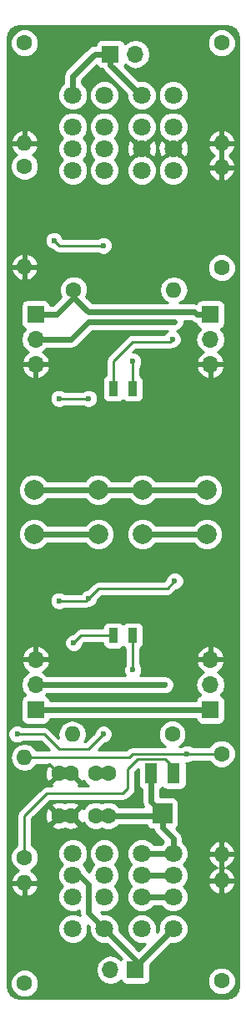
<source format=gtl>
G04 #@! TF.FileFunction,Copper,L1,Top,Signal*
%FSLAX46Y46*%
G04 Gerber Fmt 4.6, Leading zero omitted, Abs format (unit mm)*
G04 Created by KiCad (PCBNEW 4.0.4+e1-6308~48~ubuntu16.04.1-stable) date Sun Jan 28 16:20:55 2018*
%MOMM*%
%LPD*%
G01*
G04 APERTURE LIST*
%ADD10C,0.100000*%
%ADD11C,1.600000*%
%ADD12O,1.600000X1.600000*%
%ADD13R,0.970000X1.500000*%
%ADD14R,1.700000X1.700000*%
%ADD15O,1.700000X1.700000*%
%ADD16C,1.800000*%
%ADD17R,2.000000X2.000000*%
%ADD18R,1.300000X2.000000*%
%ADD19C,2.000000*%
%ADD20C,0.600000*%
%ADD21C,0.600000*%
%ADD22C,0.250000*%
%ADD23C,0.254000*%
G04 APERTURE END LIST*
D10*
D11*
X107500000Y-77500000D03*
D12*
X117660000Y-77500000D03*
D11*
X109750000Y-126500000D03*
X107250000Y-126500000D03*
X111000000Y-126500000D03*
X106000000Y-126500000D03*
X109750000Y-130750000D03*
X107250000Y-130750000D03*
X111000000Y-130750000D03*
X106000000Y-130750000D03*
D13*
X113455000Y-87500000D03*
X111545000Y-87500000D03*
X113455000Y-112500000D03*
X111545000Y-112500000D03*
D14*
X103620000Y-79980000D03*
D15*
X103620000Y-82520000D03*
X103620000Y-85060000D03*
D14*
X111230000Y-53620000D03*
D15*
X113770000Y-53620000D03*
D14*
X121380000Y-79980000D03*
D15*
X121380000Y-82520000D03*
X121380000Y-85060000D03*
D14*
X113770000Y-146380000D03*
D15*
X111230000Y-146380000D03*
D14*
X103620000Y-120020000D03*
D15*
X103620000Y-117480000D03*
X103620000Y-114940000D03*
D14*
X121380000Y-120020000D03*
D15*
X121380000Y-117480000D03*
X121380000Y-114940000D03*
D16*
X107400000Y-57800000D03*
X107400000Y-61000000D03*
X107400000Y-63200000D03*
X107400000Y-65400000D03*
X110600000Y-65400000D03*
X110600000Y-63200000D03*
X110600000Y-61000000D03*
X110600000Y-57800000D03*
X110600000Y-142200000D03*
X110600000Y-139000000D03*
X110600000Y-136800000D03*
X110600000Y-134600000D03*
X107400000Y-134600000D03*
X107400000Y-136800000D03*
X107400000Y-139000000D03*
X107400000Y-142200000D03*
X114400000Y-57800000D03*
X114400000Y-61000000D03*
X114400000Y-63200000D03*
X114400000Y-65400000D03*
X117600000Y-65400000D03*
X117600000Y-63200000D03*
X117600000Y-61000000D03*
X117600000Y-57800000D03*
X117600000Y-142200000D03*
X117600000Y-139000000D03*
X117600000Y-136800000D03*
X117600000Y-134600000D03*
X114400000Y-134600000D03*
X114400000Y-136800000D03*
X114400000Y-139000000D03*
X114400000Y-142200000D03*
D11*
X102500000Y-135000000D03*
D12*
X102500000Y-124840000D03*
D11*
X122500000Y-124500000D03*
D12*
X122500000Y-134660000D03*
D17*
X116500000Y-130500000D03*
D18*
X117650000Y-126500000D03*
X115350000Y-126500000D03*
D19*
X121000000Y-97750000D03*
X121000000Y-102250000D03*
X114500000Y-97750000D03*
X114500000Y-102250000D03*
X110000000Y-97750000D03*
X110000000Y-102250000D03*
X103500000Y-97750000D03*
X103500000Y-102250000D03*
D11*
X102500000Y-52500000D03*
D12*
X102500000Y-62660000D03*
D11*
X102500000Y-147750000D03*
D12*
X102500000Y-137590000D03*
D11*
X117500000Y-122500000D03*
D12*
X107340000Y-122500000D03*
D11*
X122500000Y-52500000D03*
D12*
X122500000Y-62660000D03*
D11*
X122500000Y-147500000D03*
D12*
X122500000Y-137340000D03*
D11*
X102500000Y-65000000D03*
D12*
X102500000Y-75160000D03*
D11*
X122500000Y-75250000D03*
D12*
X122500000Y-65090000D03*
D20*
X113500000Y-105750000D03*
X114750000Y-105750000D03*
X111000000Y-114750000D03*
X111000000Y-115750000D03*
X112000000Y-93250000D03*
X113000000Y-93250000D03*
X108750000Y-85000000D03*
X109500000Y-84250000D03*
X113500000Y-84750000D03*
X113500000Y-116000000D03*
X117750000Y-80750000D03*
X116750000Y-117500000D03*
X110500000Y-73000000D03*
X105500000Y-72500000D03*
X110500000Y-122500000D03*
X101750000Y-122500000D03*
X106000000Y-88500000D03*
X109000000Y-88500000D03*
X119000000Y-124500000D03*
X117750000Y-107000000D03*
X106000000Y-109000000D03*
X109000000Y-108750000D03*
X117500000Y-82500000D03*
X107500000Y-113250000D03*
D21*
X109000000Y-140250000D02*
X109000000Y-140600000D01*
X109000000Y-140250000D02*
X109000000Y-137750000D01*
X108050000Y-136800000D02*
X109000000Y-137750000D01*
X109000000Y-140600000D02*
X110600000Y-142200000D01*
X113770000Y-146380000D02*
X113770000Y-145370000D01*
X113770000Y-145370000D02*
X110600000Y-142200000D01*
X108050000Y-136800000D02*
X107400000Y-136800000D01*
D22*
X113770000Y-146380000D02*
X113770000Y-146030000D01*
D21*
X113770000Y-146030000D02*
X117600000Y-142200000D01*
D22*
X110600000Y-142200000D02*
X110600000Y-142150000D01*
D21*
X114400000Y-139000000D02*
X117600000Y-139000000D01*
X103500000Y-97750000D02*
X110000000Y-97750000D01*
X110000000Y-97750000D02*
X114500000Y-97750000D01*
X114500000Y-97750000D02*
X121000000Y-97750000D01*
D22*
X114400000Y-57800000D02*
X114300000Y-57800000D01*
D21*
X114300000Y-57800000D02*
X111230000Y-54730000D01*
X111230000Y-54730000D02*
X111230000Y-53620000D01*
X107400000Y-57800000D02*
X107400000Y-55850000D01*
X109630000Y-53620000D02*
X111230000Y-53620000D01*
X107400000Y-55850000D02*
X109630000Y-53620000D01*
D22*
X121380000Y-114940000D02*
X121380000Y-106630000D01*
X120500000Y-105750000D02*
X114750000Y-105750000D01*
X121380000Y-106630000D02*
X120500000Y-105750000D01*
X106000000Y-126500000D02*
X105250000Y-125750000D01*
X105000000Y-125500000D02*
X104250000Y-126250000D01*
X105250000Y-125750000D02*
X105000000Y-125500000D01*
X107250000Y-126500000D02*
X108250000Y-127500000D01*
X113000000Y-93250000D02*
X112000000Y-93250000D01*
X108690000Y-85060000D02*
X108750000Y-85000000D01*
X108690000Y-85060000D02*
X103620000Y-85060000D01*
X106000000Y-130750000D02*
X105000000Y-131750000D01*
X106000000Y-126500000D02*
X105000000Y-127500000D01*
X106000000Y-130750000D02*
X107250000Y-130750000D01*
X106000000Y-126500000D02*
X107250000Y-126500000D01*
D21*
X117600000Y-134600000D02*
X117600000Y-133100000D01*
X116500000Y-132000000D02*
X116500000Y-130500000D01*
X117600000Y-133100000D02*
X116500000Y-132000000D01*
X117600000Y-134600000D02*
X114400000Y-134600000D01*
X115350000Y-126500000D02*
X115350000Y-128500000D01*
X115350000Y-128500000D02*
X115350000Y-129350000D01*
X115350000Y-129350000D02*
X116500000Y-130500000D01*
X111000000Y-130750000D02*
X116250000Y-130750000D01*
D22*
X116250000Y-130750000D02*
X116500000Y-130500000D01*
D21*
X109750000Y-130750000D02*
X111000000Y-130750000D01*
D22*
X113455000Y-84795000D02*
X113455000Y-87500000D01*
X113500000Y-84750000D02*
X113455000Y-84795000D01*
D21*
X114400000Y-136800000D02*
X117600000Y-136800000D01*
X107500000Y-77500000D02*
X107500000Y-78250000D01*
X107500000Y-78250000D02*
X105770000Y-79980000D01*
X103620000Y-79980000D02*
X105020000Y-79980000D01*
X105770000Y-79980000D02*
X105020000Y-79980000D01*
X121380000Y-79980000D02*
X119980000Y-79980000D01*
X109000000Y-79750000D02*
X107500000Y-78250000D01*
X119750000Y-79750000D02*
X109000000Y-79750000D01*
X119980000Y-79980000D02*
X119750000Y-79750000D01*
X107500000Y-78250000D02*
X107500000Y-77500000D01*
X121380000Y-120020000D02*
X103620000Y-120020000D01*
D22*
X113455000Y-112500000D02*
X113455000Y-115955000D01*
X113455000Y-115955000D02*
X113500000Y-116000000D01*
D21*
X107230000Y-82520000D02*
X103620000Y-82520000D01*
X109000000Y-80750000D02*
X117750000Y-80750000D01*
X109000000Y-80750000D02*
X107230000Y-82520000D01*
X121000000Y-102250000D02*
X114500000Y-102250000D01*
X110000000Y-102250000D02*
X103500000Y-102250000D01*
X116730000Y-117480000D02*
X103620000Y-117480000D01*
D22*
X116750000Y-117500000D02*
X116730000Y-117480000D01*
X110500000Y-73000000D02*
X106000000Y-73000000D01*
X106000000Y-73000000D02*
X105500000Y-72500000D01*
X101750000Y-122500000D02*
X104500000Y-122500000D01*
X109000000Y-124000000D02*
X110500000Y-122500000D01*
X106000000Y-124000000D02*
X109000000Y-124000000D01*
X104500000Y-122500000D02*
X106000000Y-124000000D01*
X109000000Y-88500000D02*
X106000000Y-88500000D01*
X117650000Y-126500000D02*
X117650000Y-125900000D01*
X117650000Y-125900000D02*
X116750000Y-125000000D01*
X116750000Y-125000000D02*
X114000000Y-125000000D01*
X114000000Y-125000000D02*
X113000000Y-126000000D01*
X113000000Y-126000000D02*
X113000000Y-128000000D01*
X113000000Y-128000000D02*
X112500000Y-128500000D01*
X112500000Y-128500000D02*
X104750000Y-128500000D01*
X104750000Y-128500000D02*
X102500000Y-130750000D01*
X102500000Y-130750000D02*
X102500000Y-135000000D01*
X113500000Y-124500000D02*
X119000000Y-124500000D01*
X119000000Y-124500000D02*
X119250000Y-124500000D01*
X113160000Y-124840000D02*
X113250000Y-124750000D01*
X102500000Y-124840000D02*
X113160000Y-124840000D01*
X113250000Y-124750000D02*
X113500000Y-124500000D01*
X119250000Y-124500000D02*
X122500000Y-124500000D01*
X111250000Y-107750000D02*
X117000000Y-107750000D01*
X117000000Y-107750000D02*
X117750000Y-107000000D01*
X109000000Y-108750000D02*
X110000000Y-107750000D01*
X110000000Y-107750000D02*
X111250000Y-107750000D01*
X111250000Y-107750000D02*
X111000000Y-107750000D01*
X108750000Y-109000000D02*
X106000000Y-109000000D01*
X109000000Y-108750000D02*
X108750000Y-109000000D01*
X111545000Y-85250000D02*
X111545000Y-84705000D01*
X117250000Y-82750000D02*
X117500000Y-82500000D01*
X113500000Y-82750000D02*
X117250000Y-82750000D01*
X111545000Y-84705000D02*
X113500000Y-82750000D01*
X111545000Y-87500000D02*
X111545000Y-85250000D01*
X111545000Y-85250000D02*
X111545000Y-85205000D01*
X111545000Y-112500000D02*
X108250000Y-112500000D01*
X108250000Y-112500000D02*
X107500000Y-113250000D01*
D23*
G36*
X123478585Y-50844596D02*
X123884308Y-51115691D01*
X124155404Y-51521416D01*
X124265000Y-52072390D01*
X124265000Y-147927610D01*
X124155404Y-148478584D01*
X123884308Y-148884309D01*
X123478585Y-149155404D01*
X122927610Y-149265000D01*
X102072390Y-149265000D01*
X101521416Y-149155404D01*
X101115691Y-148884308D01*
X100844596Y-148478585D01*
X100756200Y-148034187D01*
X101064752Y-148034187D01*
X101282757Y-148561800D01*
X101686077Y-148965824D01*
X102213309Y-149184750D01*
X102784187Y-149185248D01*
X103311800Y-148967243D01*
X103715824Y-148563923D01*
X103934750Y-148036691D01*
X103935248Y-147465813D01*
X103717243Y-146938200D01*
X103313923Y-146534176D01*
X102786691Y-146315250D01*
X102215813Y-146314752D01*
X101688200Y-146532757D01*
X101284176Y-146936077D01*
X101065250Y-147463309D01*
X101064752Y-148034187D01*
X100756200Y-148034187D01*
X100735000Y-147927610D01*
X100735000Y-137939041D01*
X101108086Y-137939041D01*
X101347611Y-138445134D01*
X101762577Y-138821041D01*
X102150961Y-138981904D01*
X102373000Y-138859915D01*
X102373000Y-137717000D01*
X102627000Y-137717000D01*
X102627000Y-138859915D01*
X102849039Y-138981904D01*
X103237423Y-138821041D01*
X103652389Y-138445134D01*
X103891914Y-137939041D01*
X103770629Y-137717000D01*
X102627000Y-137717000D01*
X102373000Y-137717000D01*
X101229371Y-137717000D01*
X101108086Y-137939041D01*
X100735000Y-137939041D01*
X100735000Y-122685167D01*
X100814838Y-122685167D01*
X100956883Y-123028943D01*
X101219673Y-123292192D01*
X101563201Y-123434838D01*
X101935167Y-123435162D01*
X102278943Y-123293117D01*
X102312118Y-123260000D01*
X104185198Y-123260000D01*
X105005198Y-124080000D01*
X103703667Y-124080000D01*
X103514698Y-123797189D01*
X103049151Y-123486120D01*
X102500000Y-123376887D01*
X101950849Y-123486120D01*
X101485302Y-123797189D01*
X101174233Y-124262736D01*
X101065000Y-124811887D01*
X101065000Y-124868113D01*
X101174233Y-125417264D01*
X101485302Y-125882811D01*
X101950849Y-126193880D01*
X102500000Y-126303113D01*
X103049151Y-126193880D01*
X103514698Y-125882811D01*
X103703667Y-125600000D01*
X104920392Y-125600000D01*
X104992253Y-125671861D01*
X104746136Y-125745995D01*
X104553035Y-126283223D01*
X104580222Y-126853454D01*
X104746136Y-127254005D01*
X104992255Y-127328139D01*
X105813690Y-126506705D01*
X105830037Y-126849568D01*
X105171861Y-127507745D01*
X105241819Y-127740000D01*
X104750000Y-127740000D01*
X104459161Y-127797852D01*
X104212599Y-127962599D01*
X101962599Y-130212599D01*
X101797852Y-130459161D01*
X101740000Y-130750000D01*
X101740000Y-133761354D01*
X101688200Y-133782757D01*
X101284176Y-134186077D01*
X101065250Y-134713309D01*
X101064752Y-135284187D01*
X101282757Y-135811800D01*
X101686077Y-136215824D01*
X101896851Y-136303345D01*
X101762577Y-136358959D01*
X101347611Y-136734866D01*
X101108086Y-137240959D01*
X101229371Y-137463000D01*
X102373000Y-137463000D01*
X102373000Y-137443000D01*
X102627000Y-137443000D01*
X102627000Y-137463000D01*
X103770629Y-137463000D01*
X103891914Y-137240959D01*
X103652389Y-136734866D01*
X103237423Y-136358959D01*
X103103283Y-136303400D01*
X103311800Y-136217243D01*
X103715824Y-135813923D01*
X103934750Y-135286691D01*
X103935083Y-134903991D01*
X105864735Y-134903991D01*
X106097932Y-135468371D01*
X106329182Y-135700026D01*
X106099449Y-135929357D01*
X105865267Y-136493330D01*
X105864735Y-137103991D01*
X106097932Y-137668371D01*
X106329182Y-137900026D01*
X106099449Y-138129357D01*
X105865267Y-138693330D01*
X105864735Y-139303991D01*
X106097932Y-139868371D01*
X106529357Y-140300551D01*
X107093330Y-140534733D01*
X107703991Y-140535265D01*
X108065000Y-140386099D01*
X108065000Y-140600000D01*
X108111413Y-140833331D01*
X107706670Y-140665267D01*
X107096009Y-140664735D01*
X106531629Y-140897932D01*
X106099449Y-141329357D01*
X105865267Y-141893330D01*
X105864735Y-142503991D01*
X106097932Y-143068371D01*
X106529357Y-143500551D01*
X107093330Y-143734733D01*
X107703991Y-143735265D01*
X108268371Y-143502068D01*
X108700551Y-143070643D01*
X108934733Y-142506670D01*
X108935265Y-141896009D01*
X108908188Y-141830478D01*
X109065185Y-141987475D01*
X109064735Y-142503991D01*
X109297932Y-143068371D01*
X109729357Y-143500551D01*
X110293330Y-143734733D01*
X110812896Y-143735186D01*
X112336660Y-145258950D01*
X112323569Y-145278110D01*
X112309914Y-145345541D01*
X112280054Y-145300853D01*
X111798285Y-144978946D01*
X111230000Y-144865907D01*
X110661715Y-144978946D01*
X110179946Y-145300853D01*
X109858039Y-145782622D01*
X109745000Y-146350907D01*
X109745000Y-146409093D01*
X109858039Y-146977378D01*
X110179946Y-147459147D01*
X110661715Y-147781054D01*
X111230000Y-147894093D01*
X111798285Y-147781054D01*
X112280054Y-147459147D01*
X112307850Y-147417548D01*
X112316838Y-147465317D01*
X112455910Y-147681441D01*
X112668110Y-147826431D01*
X112920000Y-147877440D01*
X114620000Y-147877440D01*
X114855317Y-147833162D01*
X114931426Y-147784187D01*
X121064752Y-147784187D01*
X121282757Y-148311800D01*
X121686077Y-148715824D01*
X122213309Y-148934750D01*
X122784187Y-148935248D01*
X123311800Y-148717243D01*
X123715824Y-148313923D01*
X123934750Y-147786691D01*
X123935248Y-147215813D01*
X123717243Y-146688200D01*
X123313923Y-146284176D01*
X122786691Y-146065250D01*
X122215813Y-146064752D01*
X121688200Y-146282757D01*
X121284176Y-146686077D01*
X121065250Y-147213309D01*
X121064752Y-147784187D01*
X114931426Y-147784187D01*
X115071441Y-147694090D01*
X115216431Y-147481890D01*
X115267440Y-147230000D01*
X115267440Y-145854850D01*
X117387475Y-143734815D01*
X117903991Y-143735265D01*
X118468371Y-143502068D01*
X118900551Y-143070643D01*
X119134733Y-142506670D01*
X119135265Y-141896009D01*
X118902068Y-141331629D01*
X118470643Y-140899449D01*
X117906670Y-140665267D01*
X117296009Y-140664735D01*
X116731629Y-140897932D01*
X116299449Y-141329357D01*
X116065267Y-141893330D01*
X116064814Y-142412896D01*
X115908952Y-142568758D01*
X115934733Y-142506670D01*
X115935265Y-141896009D01*
X115702068Y-141331629D01*
X115270643Y-140899449D01*
X114706670Y-140665267D01*
X114096009Y-140664735D01*
X113531629Y-140897932D01*
X113099449Y-141329357D01*
X112865267Y-141893330D01*
X112864735Y-142503991D01*
X113097932Y-143068371D01*
X113529357Y-143500551D01*
X114093330Y-143734733D01*
X114703991Y-143735265D01*
X114769522Y-143708188D01*
X114100000Y-144377710D01*
X112134815Y-142412525D01*
X112135265Y-141896009D01*
X111902068Y-141331629D01*
X111470643Y-140899449D01*
X110906670Y-140665267D01*
X110387104Y-140664814D01*
X110231242Y-140508952D01*
X110293330Y-140534733D01*
X110903991Y-140535265D01*
X111468371Y-140302068D01*
X111900551Y-139870643D01*
X112134733Y-139306670D01*
X112135265Y-138696009D01*
X111902068Y-138131629D01*
X111670818Y-137899974D01*
X111900551Y-137670643D01*
X112134733Y-137106670D01*
X112135265Y-136496009D01*
X111902068Y-135931629D01*
X111670818Y-135699974D01*
X111900551Y-135470643D01*
X112134733Y-134906670D01*
X112135265Y-134296009D01*
X111902068Y-133731629D01*
X111470643Y-133299449D01*
X110906670Y-133065267D01*
X110296009Y-133064735D01*
X109731629Y-133297932D01*
X109299449Y-133729357D01*
X109065267Y-134293330D01*
X109064735Y-134903991D01*
X109297932Y-135468371D01*
X109529182Y-135700026D01*
X109299449Y-135929357D01*
X109065371Y-136493081D01*
X108841591Y-136269301D01*
X108702068Y-135931629D01*
X108470818Y-135699974D01*
X108700551Y-135470643D01*
X108934733Y-134906670D01*
X108935265Y-134296009D01*
X108702068Y-133731629D01*
X108270643Y-133299449D01*
X107706670Y-133065267D01*
X107096009Y-133064735D01*
X106531629Y-133297932D01*
X106099449Y-133729357D01*
X105865267Y-134293330D01*
X105864735Y-134903991D01*
X103935083Y-134903991D01*
X103935248Y-134715813D01*
X103717243Y-134188200D01*
X103313923Y-133784176D01*
X103260000Y-133761785D01*
X103260000Y-131064802D01*
X105064802Y-129260000D01*
X112500000Y-129260000D01*
X112790839Y-129202148D01*
X113037401Y-129037401D01*
X113537401Y-128537401D01*
X113702148Y-128290839D01*
X113760000Y-128000000D01*
X113760000Y-126314802D01*
X114052560Y-126022242D01*
X114052560Y-127500000D01*
X114096838Y-127735317D01*
X114235910Y-127951441D01*
X114415000Y-128073808D01*
X114415000Y-129350000D01*
X114486173Y-129707809D01*
X114557796Y-129815000D01*
X112094258Y-129815000D01*
X111813923Y-129534176D01*
X111286691Y-129315250D01*
X110715813Y-129314752D01*
X110374812Y-129455650D01*
X110036691Y-129315250D01*
X109465813Y-129314752D01*
X108938200Y-129532757D01*
X108534176Y-129936077D01*
X108506577Y-130002544D01*
X108503864Y-129995995D01*
X108257745Y-129921861D01*
X107436310Y-130743295D01*
X107419963Y-130400432D01*
X108078139Y-129742255D01*
X108004005Y-129496136D01*
X107466777Y-129303035D01*
X106896546Y-129330222D01*
X106615866Y-129446484D01*
X106216777Y-129303035D01*
X105646546Y-129330222D01*
X105245995Y-129496136D01*
X105171861Y-129742255D01*
X105845285Y-130415680D01*
X105803035Y-130533223D01*
X105813019Y-130742624D01*
X104992255Y-129921861D01*
X104746136Y-129995995D01*
X104553035Y-130533223D01*
X104580222Y-131103454D01*
X104746136Y-131504005D01*
X104992255Y-131578139D01*
X105813690Y-130756705D01*
X105830037Y-131099568D01*
X105171861Y-131757745D01*
X105245995Y-132003864D01*
X105783223Y-132196965D01*
X106353454Y-132169778D01*
X106634134Y-132053516D01*
X107033223Y-132196965D01*
X107603454Y-132169778D01*
X108004005Y-132003864D01*
X108078139Y-131757745D01*
X107404715Y-131084320D01*
X107446965Y-130966777D01*
X107436981Y-130757376D01*
X108257745Y-131578139D01*
X108503864Y-131504005D01*
X108506196Y-131497517D01*
X108532757Y-131561800D01*
X108936077Y-131965824D01*
X109463309Y-132184750D01*
X110034187Y-132185248D01*
X110375188Y-132044350D01*
X110713309Y-132184750D01*
X111284187Y-132185248D01*
X111811800Y-131967243D01*
X112094536Y-131685000D01*
X114887370Y-131685000D01*
X114896838Y-131735317D01*
X115035910Y-131951441D01*
X115248110Y-132096431D01*
X115500000Y-132147440D01*
X115594328Y-132147440D01*
X115636173Y-132357809D01*
X115838855Y-132661145D01*
X116603524Y-133425814D01*
X116363919Y-133665000D01*
X115635555Y-133665000D01*
X115270643Y-133299449D01*
X114706670Y-133065267D01*
X114096009Y-133064735D01*
X113531629Y-133297932D01*
X113099449Y-133729357D01*
X112865267Y-134293330D01*
X112864735Y-134903991D01*
X113097932Y-135468371D01*
X113329182Y-135700026D01*
X113099449Y-135929357D01*
X112865267Y-136493330D01*
X112864735Y-137103991D01*
X113097932Y-137668371D01*
X113329182Y-137900026D01*
X113099449Y-138129357D01*
X112865267Y-138693330D01*
X112864735Y-139303991D01*
X113097932Y-139868371D01*
X113529357Y-140300551D01*
X114093330Y-140534733D01*
X114703991Y-140535265D01*
X115268371Y-140302068D01*
X115636081Y-139935000D01*
X116364445Y-139935000D01*
X116729357Y-140300551D01*
X117293330Y-140534733D01*
X117903991Y-140535265D01*
X118468371Y-140302068D01*
X118900551Y-139870643D01*
X119134733Y-139306670D01*
X119135265Y-138696009D01*
X118902068Y-138131629D01*
X118670818Y-137899974D01*
X118882120Y-137689041D01*
X121108086Y-137689041D01*
X121347611Y-138195134D01*
X121762577Y-138571041D01*
X122150961Y-138731904D01*
X122373000Y-138609915D01*
X122373000Y-137467000D01*
X122627000Y-137467000D01*
X122627000Y-138609915D01*
X122849039Y-138731904D01*
X123237423Y-138571041D01*
X123652389Y-138195134D01*
X123891914Y-137689041D01*
X123770629Y-137467000D01*
X122627000Y-137467000D01*
X122373000Y-137467000D01*
X121229371Y-137467000D01*
X121108086Y-137689041D01*
X118882120Y-137689041D01*
X118900551Y-137670643D01*
X119134733Y-137106670D01*
X119135265Y-136496009D01*
X118902068Y-135931629D01*
X118670818Y-135699974D01*
X118900551Y-135470643D01*
X119092224Y-135009041D01*
X121108086Y-135009041D01*
X121347611Y-135515134D01*
X121762577Y-135891041D01*
X122025645Y-136000000D01*
X121762577Y-136108959D01*
X121347611Y-136484866D01*
X121108086Y-136990959D01*
X121229371Y-137213000D01*
X122373000Y-137213000D01*
X122373000Y-136070085D01*
X122245434Y-136000000D01*
X122373000Y-135929915D01*
X122373000Y-134787000D01*
X122627000Y-134787000D01*
X122627000Y-135929915D01*
X122754566Y-136000000D01*
X122627000Y-136070085D01*
X122627000Y-137213000D01*
X123770629Y-137213000D01*
X123891914Y-136990959D01*
X123652389Y-136484866D01*
X123237423Y-136108959D01*
X122974355Y-136000000D01*
X123237423Y-135891041D01*
X123652389Y-135515134D01*
X123891914Y-135009041D01*
X123770629Y-134787000D01*
X122627000Y-134787000D01*
X122373000Y-134787000D01*
X121229371Y-134787000D01*
X121108086Y-135009041D01*
X119092224Y-135009041D01*
X119134733Y-134906670D01*
X119135251Y-134310959D01*
X121108086Y-134310959D01*
X121229371Y-134533000D01*
X122373000Y-134533000D01*
X122373000Y-133390085D01*
X122627000Y-133390085D01*
X122627000Y-134533000D01*
X123770629Y-134533000D01*
X123891914Y-134310959D01*
X123652389Y-133804866D01*
X123237423Y-133428959D01*
X122849039Y-133268096D01*
X122627000Y-133390085D01*
X122373000Y-133390085D01*
X122150961Y-133268096D01*
X121762577Y-133428959D01*
X121347611Y-133804866D01*
X121108086Y-134310959D01*
X119135251Y-134310959D01*
X119135265Y-134296009D01*
X118902068Y-133731629D01*
X118535000Y-133363919D01*
X118535000Y-133100000D01*
X118463827Y-132742191D01*
X118261145Y-132438855D01*
X117851007Y-132028717D01*
X117951441Y-131964090D01*
X118096431Y-131751890D01*
X118147440Y-131500000D01*
X118147440Y-129500000D01*
X118103162Y-129264683D01*
X117964090Y-129048559D01*
X117751890Y-128903569D01*
X117500000Y-128852560D01*
X116285000Y-128852560D01*
X116285000Y-128071192D01*
X116451441Y-127964090D01*
X116499134Y-127894289D01*
X116535910Y-127951441D01*
X116748110Y-128096431D01*
X117000000Y-128147440D01*
X118300000Y-128147440D01*
X118535317Y-128103162D01*
X118751441Y-127964090D01*
X118896431Y-127751890D01*
X118947440Y-127500000D01*
X118947440Y-125500000D01*
X118935199Y-125434944D01*
X119185167Y-125435162D01*
X119528943Y-125293117D01*
X119562118Y-125260000D01*
X121261354Y-125260000D01*
X121282757Y-125311800D01*
X121686077Y-125715824D01*
X122213309Y-125934750D01*
X122784187Y-125935248D01*
X123311800Y-125717243D01*
X123715824Y-125313923D01*
X123934750Y-124786691D01*
X123935248Y-124215813D01*
X123717243Y-123688200D01*
X123313923Y-123284176D01*
X122786691Y-123065250D01*
X122215813Y-123064752D01*
X121688200Y-123282757D01*
X121284176Y-123686077D01*
X121261785Y-123740000D01*
X119562463Y-123740000D01*
X119530327Y-123707808D01*
X119186799Y-123565162D01*
X118814833Y-123564838D01*
X118471057Y-123706883D01*
X118437882Y-123740000D01*
X118256724Y-123740000D01*
X118311800Y-123717243D01*
X118715824Y-123313923D01*
X118934750Y-122786691D01*
X118935248Y-122215813D01*
X118717243Y-121688200D01*
X118313923Y-121284176D01*
X117786691Y-121065250D01*
X117215813Y-121064752D01*
X116688200Y-121282757D01*
X116284176Y-121686077D01*
X116065250Y-122213309D01*
X116064752Y-122784187D01*
X116282757Y-123311800D01*
X116686077Y-123715824D01*
X116744299Y-123740000D01*
X113500000Y-123740000D01*
X113209160Y-123797852D01*
X112962599Y-123962599D01*
X112845198Y-124080000D01*
X109994802Y-124080000D01*
X110639680Y-123435122D01*
X110685167Y-123435162D01*
X111028943Y-123293117D01*
X111292192Y-123030327D01*
X111434838Y-122686799D01*
X111435162Y-122314833D01*
X111293117Y-121971057D01*
X111030327Y-121707808D01*
X110686799Y-121565162D01*
X110314833Y-121564838D01*
X109971057Y-121706883D01*
X109707808Y-121969673D01*
X109565162Y-122313201D01*
X109565121Y-122360077D01*
X108685198Y-123240000D01*
X108566359Y-123240000D01*
X108693880Y-123049151D01*
X108803113Y-122500000D01*
X108693880Y-121950849D01*
X108382811Y-121485302D01*
X107917264Y-121174233D01*
X107368113Y-121065000D01*
X107311887Y-121065000D01*
X106762736Y-121174233D01*
X106297189Y-121485302D01*
X105986120Y-121950849D01*
X105876887Y-122500000D01*
X105951896Y-122877094D01*
X105037401Y-121962599D01*
X104790839Y-121797852D01*
X104500000Y-121740000D01*
X102312463Y-121740000D01*
X102280327Y-121707808D01*
X101936799Y-121565162D01*
X101564833Y-121564838D01*
X101221057Y-121706883D01*
X100957808Y-121969673D01*
X100815162Y-122313201D01*
X100814838Y-122685167D01*
X100735000Y-122685167D01*
X100735000Y-117480000D01*
X102105907Y-117480000D01*
X102218946Y-118048285D01*
X102540853Y-118530054D01*
X102582452Y-118557850D01*
X102534683Y-118566838D01*
X102318559Y-118705910D01*
X102173569Y-118918110D01*
X102122560Y-119170000D01*
X102122560Y-120870000D01*
X102166838Y-121105317D01*
X102305910Y-121321441D01*
X102518110Y-121466431D01*
X102770000Y-121517440D01*
X104470000Y-121517440D01*
X104705317Y-121473162D01*
X104921441Y-121334090D01*
X105066431Y-121121890D01*
X105100227Y-120955000D01*
X119898554Y-120955000D01*
X119926838Y-121105317D01*
X120065910Y-121321441D01*
X120278110Y-121466431D01*
X120530000Y-121517440D01*
X122230000Y-121517440D01*
X122465317Y-121473162D01*
X122681441Y-121334090D01*
X122826431Y-121121890D01*
X122877440Y-120870000D01*
X122877440Y-119170000D01*
X122833162Y-118934683D01*
X122694090Y-118718559D01*
X122481890Y-118573569D01*
X122414459Y-118559914D01*
X122459147Y-118530054D01*
X122781054Y-118048285D01*
X122894093Y-117480000D01*
X122781054Y-116911715D01*
X122459147Y-116429946D01*
X122118447Y-116202298D01*
X122261358Y-116135183D01*
X122651645Y-115706924D01*
X122821476Y-115296890D01*
X122700155Y-115067000D01*
X121507000Y-115067000D01*
X121507000Y-115087000D01*
X121253000Y-115087000D01*
X121253000Y-115067000D01*
X120059845Y-115067000D01*
X119938524Y-115296890D01*
X120108355Y-115706924D01*
X120498642Y-116135183D01*
X120641553Y-116202298D01*
X120300853Y-116429946D01*
X119978946Y-116911715D01*
X119865907Y-117480000D01*
X119978946Y-118048285D01*
X120300853Y-118530054D01*
X120342452Y-118557850D01*
X120294683Y-118566838D01*
X120078559Y-118705910D01*
X119933569Y-118918110D01*
X119899773Y-119085000D01*
X105101446Y-119085000D01*
X105073162Y-118934683D01*
X104934090Y-118718559D01*
X104721890Y-118573569D01*
X104654459Y-118559914D01*
X104699147Y-118530054D01*
X104776023Y-118415000D01*
X116515426Y-118415000D01*
X116563201Y-118434838D01*
X116935167Y-118435162D01*
X117278943Y-118293117D01*
X117542192Y-118030327D01*
X117684838Y-117686799D01*
X117685162Y-117314833D01*
X117543117Y-116971057D01*
X117280327Y-116707808D01*
X117134042Y-116647065D01*
X117087809Y-116616173D01*
X117033751Y-116605420D01*
X116936799Y-116565162D01*
X116830897Y-116565070D01*
X116730000Y-116545000D01*
X114277493Y-116545000D01*
X114292192Y-116530327D01*
X114434838Y-116186799D01*
X114435162Y-115814833D01*
X114293117Y-115471057D01*
X114215000Y-115392804D01*
X114215000Y-114583110D01*
X119938524Y-114583110D01*
X120059845Y-114813000D01*
X121253000Y-114813000D01*
X121253000Y-113619181D01*
X121507000Y-113619181D01*
X121507000Y-114813000D01*
X122700155Y-114813000D01*
X122821476Y-114583110D01*
X122651645Y-114173076D01*
X122261358Y-113744817D01*
X121736892Y-113498514D01*
X121507000Y-113619181D01*
X121253000Y-113619181D01*
X121023108Y-113498514D01*
X120498642Y-113744817D01*
X120108355Y-114173076D01*
X119938524Y-114583110D01*
X114215000Y-114583110D01*
X114215000Y-113827627D01*
X114391441Y-113714090D01*
X114536431Y-113501890D01*
X114587440Y-113250000D01*
X114587440Y-111750000D01*
X114543162Y-111514683D01*
X114404090Y-111298559D01*
X114191890Y-111153569D01*
X113940000Y-111102560D01*
X112970000Y-111102560D01*
X112734683Y-111146838D01*
X112518559Y-111285910D01*
X112501766Y-111310488D01*
X112494090Y-111298559D01*
X112281890Y-111153569D01*
X112030000Y-111102560D01*
X111060000Y-111102560D01*
X110824683Y-111146838D01*
X110608559Y-111285910D01*
X110463569Y-111498110D01*
X110414585Y-111740000D01*
X108250000Y-111740000D01*
X107959160Y-111797852D01*
X107712599Y-111962599D01*
X107360320Y-112314878D01*
X107314833Y-112314838D01*
X106971057Y-112456883D01*
X106707808Y-112719673D01*
X106565162Y-113063201D01*
X106564838Y-113435167D01*
X106706883Y-113778943D01*
X106969673Y-114042192D01*
X107313201Y-114184838D01*
X107685167Y-114185162D01*
X108028943Y-114043117D01*
X108292192Y-113780327D01*
X108434838Y-113436799D01*
X108434879Y-113389923D01*
X108564802Y-113260000D01*
X110414442Y-113260000D01*
X110456838Y-113485317D01*
X110595910Y-113701441D01*
X110808110Y-113846431D01*
X111060000Y-113897440D01*
X112030000Y-113897440D01*
X112265317Y-113853162D01*
X112481441Y-113714090D01*
X112498234Y-113689512D01*
X112505910Y-113701441D01*
X112695000Y-113830641D01*
X112695000Y-115500518D01*
X112565162Y-115813201D01*
X112564838Y-116185167D01*
X112706883Y-116528943D01*
X112722912Y-116545000D01*
X104776023Y-116545000D01*
X104699147Y-116429946D01*
X104358447Y-116202298D01*
X104501358Y-116135183D01*
X104891645Y-115706924D01*
X105061476Y-115296890D01*
X104940155Y-115067000D01*
X103747000Y-115067000D01*
X103747000Y-115087000D01*
X103493000Y-115087000D01*
X103493000Y-115067000D01*
X102299845Y-115067000D01*
X102178524Y-115296890D01*
X102348355Y-115706924D01*
X102738642Y-116135183D01*
X102881553Y-116202298D01*
X102540853Y-116429946D01*
X102218946Y-116911715D01*
X102105907Y-117480000D01*
X100735000Y-117480000D01*
X100735000Y-114583110D01*
X102178524Y-114583110D01*
X102299845Y-114813000D01*
X103493000Y-114813000D01*
X103493000Y-113619181D01*
X103747000Y-113619181D01*
X103747000Y-114813000D01*
X104940155Y-114813000D01*
X105061476Y-114583110D01*
X104891645Y-114173076D01*
X104501358Y-113744817D01*
X103976892Y-113498514D01*
X103747000Y-113619181D01*
X103493000Y-113619181D01*
X103263108Y-113498514D01*
X102738642Y-113744817D01*
X102348355Y-114173076D01*
X102178524Y-114583110D01*
X100735000Y-114583110D01*
X100735000Y-109185167D01*
X105064838Y-109185167D01*
X105206883Y-109528943D01*
X105469673Y-109792192D01*
X105813201Y-109934838D01*
X106185167Y-109935162D01*
X106528943Y-109793117D01*
X106562118Y-109760000D01*
X108750000Y-109760000D01*
X109040839Y-109702148D01*
X109066415Y-109685059D01*
X109185167Y-109685162D01*
X109528943Y-109543117D01*
X109792192Y-109280327D01*
X109934838Y-108936799D01*
X109934879Y-108889923D01*
X110314802Y-108510000D01*
X117000000Y-108510000D01*
X117290839Y-108452148D01*
X117537401Y-108287401D01*
X117889680Y-107935122D01*
X117935167Y-107935162D01*
X118278943Y-107793117D01*
X118542192Y-107530327D01*
X118684838Y-107186799D01*
X118685162Y-106814833D01*
X118543117Y-106471057D01*
X118280327Y-106207808D01*
X117936799Y-106065162D01*
X117564833Y-106064838D01*
X117221057Y-106206883D01*
X116957808Y-106469673D01*
X116815162Y-106813201D01*
X116815121Y-106860077D01*
X116685198Y-106990000D01*
X110000000Y-106990000D01*
X109709161Y-107047852D01*
X109462599Y-107212599D01*
X108860320Y-107814878D01*
X108814833Y-107814838D01*
X108471057Y-107956883D01*
X108207808Y-108219673D01*
X108199367Y-108240000D01*
X106562463Y-108240000D01*
X106530327Y-108207808D01*
X106186799Y-108065162D01*
X105814833Y-108064838D01*
X105471057Y-108206883D01*
X105207808Y-108469673D01*
X105065162Y-108813201D01*
X105064838Y-109185167D01*
X100735000Y-109185167D01*
X100735000Y-102573795D01*
X101864716Y-102573795D01*
X102113106Y-103174943D01*
X102572637Y-103635278D01*
X103173352Y-103884716D01*
X103823795Y-103885284D01*
X104424943Y-103636894D01*
X104877628Y-103185000D01*
X108623145Y-103185000D01*
X109072637Y-103635278D01*
X109673352Y-103884716D01*
X110323795Y-103885284D01*
X110924943Y-103636894D01*
X111385278Y-103177363D01*
X111634716Y-102576648D01*
X111634718Y-102573795D01*
X112864716Y-102573795D01*
X113113106Y-103174943D01*
X113572637Y-103635278D01*
X114173352Y-103884716D01*
X114823795Y-103885284D01*
X115424943Y-103636894D01*
X115877628Y-103185000D01*
X119623145Y-103185000D01*
X120072637Y-103635278D01*
X120673352Y-103884716D01*
X121323795Y-103885284D01*
X121924943Y-103636894D01*
X122385278Y-103177363D01*
X122634716Y-102576648D01*
X122635284Y-101926205D01*
X122386894Y-101325057D01*
X121927363Y-100864722D01*
X121326648Y-100615284D01*
X120676205Y-100614716D01*
X120075057Y-100863106D01*
X119622372Y-101315000D01*
X115876855Y-101315000D01*
X115427363Y-100864722D01*
X114826648Y-100615284D01*
X114176205Y-100614716D01*
X113575057Y-100863106D01*
X113114722Y-101322637D01*
X112865284Y-101923352D01*
X112864716Y-102573795D01*
X111634718Y-102573795D01*
X111635284Y-101926205D01*
X111386894Y-101325057D01*
X110927363Y-100864722D01*
X110326648Y-100615284D01*
X109676205Y-100614716D01*
X109075057Y-100863106D01*
X108622372Y-101315000D01*
X104876855Y-101315000D01*
X104427363Y-100864722D01*
X103826648Y-100615284D01*
X103176205Y-100614716D01*
X102575057Y-100863106D01*
X102114722Y-101322637D01*
X101865284Y-101923352D01*
X101864716Y-102573795D01*
X100735000Y-102573795D01*
X100735000Y-98073795D01*
X101864716Y-98073795D01*
X102113106Y-98674943D01*
X102572637Y-99135278D01*
X103173352Y-99384716D01*
X103823795Y-99385284D01*
X104424943Y-99136894D01*
X104877628Y-98685000D01*
X108623145Y-98685000D01*
X109072637Y-99135278D01*
X109673352Y-99384716D01*
X110323795Y-99385284D01*
X110924943Y-99136894D01*
X111377628Y-98685000D01*
X113123145Y-98685000D01*
X113572637Y-99135278D01*
X114173352Y-99384716D01*
X114823795Y-99385284D01*
X115424943Y-99136894D01*
X115877628Y-98685000D01*
X119623145Y-98685000D01*
X120072637Y-99135278D01*
X120673352Y-99384716D01*
X121323795Y-99385284D01*
X121924943Y-99136894D01*
X122385278Y-98677363D01*
X122634716Y-98076648D01*
X122635284Y-97426205D01*
X122386894Y-96825057D01*
X121927363Y-96364722D01*
X121326648Y-96115284D01*
X120676205Y-96114716D01*
X120075057Y-96363106D01*
X119622372Y-96815000D01*
X115876855Y-96815000D01*
X115427363Y-96364722D01*
X114826648Y-96115284D01*
X114176205Y-96114716D01*
X113575057Y-96363106D01*
X113122372Y-96815000D01*
X111376855Y-96815000D01*
X110927363Y-96364722D01*
X110326648Y-96115284D01*
X109676205Y-96114716D01*
X109075057Y-96363106D01*
X108622372Y-96815000D01*
X104876855Y-96815000D01*
X104427363Y-96364722D01*
X103826648Y-96115284D01*
X103176205Y-96114716D01*
X102575057Y-96363106D01*
X102114722Y-96822637D01*
X101865284Y-97423352D01*
X101864716Y-98073795D01*
X100735000Y-98073795D01*
X100735000Y-88685167D01*
X105064838Y-88685167D01*
X105206883Y-89028943D01*
X105469673Y-89292192D01*
X105813201Y-89434838D01*
X106185167Y-89435162D01*
X106528943Y-89293117D01*
X106562118Y-89260000D01*
X108437537Y-89260000D01*
X108469673Y-89292192D01*
X108813201Y-89434838D01*
X109185167Y-89435162D01*
X109528943Y-89293117D01*
X109792192Y-89030327D01*
X109934838Y-88686799D01*
X109935162Y-88314833D01*
X109793117Y-87971057D01*
X109530327Y-87707808D01*
X109186799Y-87565162D01*
X108814833Y-87564838D01*
X108471057Y-87706883D01*
X108437882Y-87740000D01*
X106562463Y-87740000D01*
X106530327Y-87707808D01*
X106186799Y-87565162D01*
X105814833Y-87564838D01*
X105471057Y-87706883D01*
X105207808Y-87969673D01*
X105065162Y-88313201D01*
X105064838Y-88685167D01*
X100735000Y-88685167D01*
X100735000Y-85416890D01*
X102178524Y-85416890D01*
X102348355Y-85826924D01*
X102738642Y-86255183D01*
X103263108Y-86501486D01*
X103493000Y-86380819D01*
X103493000Y-85187000D01*
X103747000Y-85187000D01*
X103747000Y-86380819D01*
X103976892Y-86501486D01*
X104501358Y-86255183D01*
X104891645Y-85826924D01*
X105061476Y-85416890D01*
X104940155Y-85187000D01*
X103747000Y-85187000D01*
X103493000Y-85187000D01*
X102299845Y-85187000D01*
X102178524Y-85416890D01*
X100735000Y-85416890D01*
X100735000Y-82520000D01*
X102105907Y-82520000D01*
X102218946Y-83088285D01*
X102540853Y-83570054D01*
X102881553Y-83797702D01*
X102738642Y-83864817D01*
X102348355Y-84293076D01*
X102178524Y-84703110D01*
X102299845Y-84933000D01*
X103493000Y-84933000D01*
X103493000Y-84913000D01*
X103747000Y-84913000D01*
X103747000Y-84933000D01*
X104940155Y-84933000D01*
X105061476Y-84703110D01*
X104891645Y-84293076D01*
X104501358Y-83864817D01*
X104358447Y-83797702D01*
X104699147Y-83570054D01*
X104776023Y-83455000D01*
X107230000Y-83455000D01*
X107587809Y-83383827D01*
X107891145Y-83181145D01*
X109387290Y-81685000D01*
X117024018Y-81685000D01*
X116971057Y-81706883D01*
X116707808Y-81969673D01*
X116699367Y-81990000D01*
X113500000Y-81990000D01*
X113209161Y-82047852D01*
X112962599Y-82212599D01*
X111007599Y-84167599D01*
X110842852Y-84414161D01*
X110785000Y-84705000D01*
X110785000Y-86172373D01*
X110608559Y-86285910D01*
X110463569Y-86498110D01*
X110412560Y-86750000D01*
X110412560Y-88250000D01*
X110456838Y-88485317D01*
X110595910Y-88701441D01*
X110808110Y-88846431D01*
X111060000Y-88897440D01*
X112030000Y-88897440D01*
X112265317Y-88853162D01*
X112481441Y-88714090D01*
X112498234Y-88689512D01*
X112505910Y-88701441D01*
X112718110Y-88846431D01*
X112970000Y-88897440D01*
X113940000Y-88897440D01*
X114175317Y-88853162D01*
X114391441Y-88714090D01*
X114536431Y-88501890D01*
X114587440Y-88250000D01*
X114587440Y-86750000D01*
X114543162Y-86514683D01*
X114404090Y-86298559D01*
X114215000Y-86169359D01*
X114215000Y-85416890D01*
X119938524Y-85416890D01*
X120108355Y-85826924D01*
X120498642Y-86255183D01*
X121023108Y-86501486D01*
X121253000Y-86380819D01*
X121253000Y-85187000D01*
X121507000Y-85187000D01*
X121507000Y-86380819D01*
X121736892Y-86501486D01*
X122261358Y-86255183D01*
X122651645Y-85826924D01*
X122821476Y-85416890D01*
X122700155Y-85187000D01*
X121507000Y-85187000D01*
X121253000Y-85187000D01*
X120059845Y-85187000D01*
X119938524Y-85416890D01*
X114215000Y-85416890D01*
X114215000Y-85357384D01*
X114292192Y-85280327D01*
X114434838Y-84936799D01*
X114435162Y-84564833D01*
X114293117Y-84221057D01*
X114030327Y-83957808D01*
X113686799Y-83815162D01*
X113509794Y-83815008D01*
X113814802Y-83510000D01*
X117250000Y-83510000D01*
X117540839Y-83452148D01*
X117566415Y-83435059D01*
X117685167Y-83435162D01*
X118028943Y-83293117D01*
X118292192Y-83030327D01*
X118434838Y-82686799D01*
X118435162Y-82314833D01*
X118293117Y-81971057D01*
X118030327Y-81707808D01*
X117955529Y-81676749D01*
X118278943Y-81543117D01*
X118542192Y-81280327D01*
X118684838Y-80936799D01*
X118685057Y-80685000D01*
X119384489Y-80685000D01*
X119622191Y-80843827D01*
X119895387Y-80898169D01*
X119926838Y-81065317D01*
X120065910Y-81281441D01*
X120278110Y-81426431D01*
X120345541Y-81440086D01*
X120300853Y-81469946D01*
X119978946Y-81951715D01*
X119865907Y-82520000D01*
X119978946Y-83088285D01*
X120300853Y-83570054D01*
X120641553Y-83797702D01*
X120498642Y-83864817D01*
X120108355Y-84293076D01*
X119938524Y-84703110D01*
X120059845Y-84933000D01*
X121253000Y-84933000D01*
X121253000Y-84913000D01*
X121507000Y-84913000D01*
X121507000Y-84933000D01*
X122700155Y-84933000D01*
X122821476Y-84703110D01*
X122651645Y-84293076D01*
X122261358Y-83864817D01*
X122118447Y-83797702D01*
X122459147Y-83570054D01*
X122781054Y-83088285D01*
X122894093Y-82520000D01*
X122781054Y-81951715D01*
X122459147Y-81469946D01*
X122417548Y-81442150D01*
X122465317Y-81433162D01*
X122681441Y-81294090D01*
X122826431Y-81081890D01*
X122877440Y-80830000D01*
X122877440Y-79130000D01*
X122833162Y-78894683D01*
X122694090Y-78678559D01*
X122481890Y-78533569D01*
X122230000Y-78482560D01*
X120530000Y-78482560D01*
X120294683Y-78526838D01*
X120078559Y-78665910D01*
X119949567Y-78854696D01*
X119750000Y-78815000D01*
X118253378Y-78815000D01*
X118702811Y-78514698D01*
X119013880Y-78049151D01*
X119123113Y-77500000D01*
X119013880Y-76950849D01*
X118702811Y-76485302D01*
X118237264Y-76174233D01*
X117688113Y-76065000D01*
X117631887Y-76065000D01*
X117082736Y-76174233D01*
X116617189Y-76485302D01*
X116306120Y-76950849D01*
X116196887Y-77500000D01*
X116306120Y-78049151D01*
X116617189Y-78514698D01*
X117066622Y-78815000D01*
X109387290Y-78815000D01*
X108765817Y-78193527D01*
X108934750Y-77786691D01*
X108935248Y-77215813D01*
X108717243Y-76688200D01*
X108313923Y-76284176D01*
X107786691Y-76065250D01*
X107215813Y-76064752D01*
X106688200Y-76282757D01*
X106284176Y-76686077D01*
X106065250Y-77213309D01*
X106064752Y-77784187D01*
X106233974Y-78193736D01*
X105382710Y-79045000D01*
X105101446Y-79045000D01*
X105073162Y-78894683D01*
X104934090Y-78678559D01*
X104721890Y-78533569D01*
X104470000Y-78482560D01*
X102770000Y-78482560D01*
X102534683Y-78526838D01*
X102318559Y-78665910D01*
X102173569Y-78878110D01*
X102122560Y-79130000D01*
X102122560Y-80830000D01*
X102166838Y-81065317D01*
X102305910Y-81281441D01*
X102518110Y-81426431D01*
X102585541Y-81440086D01*
X102540853Y-81469946D01*
X102218946Y-81951715D01*
X102105907Y-82520000D01*
X100735000Y-82520000D01*
X100735000Y-75509041D01*
X101108086Y-75509041D01*
X101347611Y-76015134D01*
X101762577Y-76391041D01*
X102150961Y-76551904D01*
X102373000Y-76429915D01*
X102373000Y-75287000D01*
X102627000Y-75287000D01*
X102627000Y-76429915D01*
X102849039Y-76551904D01*
X103237423Y-76391041D01*
X103652389Y-76015134D01*
X103880012Y-75534187D01*
X121064752Y-75534187D01*
X121282757Y-76061800D01*
X121686077Y-76465824D01*
X122213309Y-76684750D01*
X122784187Y-76685248D01*
X123311800Y-76467243D01*
X123715824Y-76063923D01*
X123934750Y-75536691D01*
X123935248Y-74965813D01*
X123717243Y-74438200D01*
X123313923Y-74034176D01*
X122786691Y-73815250D01*
X122215813Y-73814752D01*
X121688200Y-74032757D01*
X121284176Y-74436077D01*
X121065250Y-74963309D01*
X121064752Y-75534187D01*
X103880012Y-75534187D01*
X103891914Y-75509041D01*
X103770629Y-75287000D01*
X102627000Y-75287000D01*
X102373000Y-75287000D01*
X101229371Y-75287000D01*
X101108086Y-75509041D01*
X100735000Y-75509041D01*
X100735000Y-74810959D01*
X101108086Y-74810959D01*
X101229371Y-75033000D01*
X102373000Y-75033000D01*
X102373000Y-73890085D01*
X102627000Y-73890085D01*
X102627000Y-75033000D01*
X103770629Y-75033000D01*
X103891914Y-74810959D01*
X103652389Y-74304866D01*
X103237423Y-73928959D01*
X102849039Y-73768096D01*
X102627000Y-73890085D01*
X102373000Y-73890085D01*
X102150961Y-73768096D01*
X101762577Y-73928959D01*
X101347611Y-74304866D01*
X101108086Y-74810959D01*
X100735000Y-74810959D01*
X100735000Y-72685167D01*
X104564838Y-72685167D01*
X104706883Y-73028943D01*
X104969673Y-73292192D01*
X105313201Y-73434838D01*
X105360077Y-73434879D01*
X105462599Y-73537401D01*
X105709161Y-73702148D01*
X106000000Y-73760000D01*
X109937537Y-73760000D01*
X109969673Y-73792192D01*
X110313201Y-73934838D01*
X110685167Y-73935162D01*
X111028943Y-73793117D01*
X111292192Y-73530327D01*
X111434838Y-73186799D01*
X111435162Y-72814833D01*
X111293117Y-72471057D01*
X111030327Y-72207808D01*
X110686799Y-72065162D01*
X110314833Y-72064838D01*
X109971057Y-72206883D01*
X109937882Y-72240000D01*
X106404242Y-72240000D01*
X106293117Y-71971057D01*
X106030327Y-71707808D01*
X105686799Y-71565162D01*
X105314833Y-71564838D01*
X104971057Y-71706883D01*
X104707808Y-71969673D01*
X104565162Y-72313201D01*
X104564838Y-72685167D01*
X100735000Y-72685167D01*
X100735000Y-65284187D01*
X101064752Y-65284187D01*
X101282757Y-65811800D01*
X101686077Y-66215824D01*
X102213309Y-66434750D01*
X102784187Y-66435248D01*
X103311800Y-66217243D01*
X103715824Y-65813923D01*
X103934750Y-65286691D01*
X103935248Y-64715813D01*
X103717243Y-64188200D01*
X103333615Y-63803903D01*
X103652389Y-63515134D01*
X103891914Y-63009041D01*
X103770629Y-62787000D01*
X102627000Y-62787000D01*
X102627000Y-62807000D01*
X102373000Y-62807000D01*
X102373000Y-62787000D01*
X101229371Y-62787000D01*
X101108086Y-63009041D01*
X101347611Y-63515134D01*
X101666716Y-63804203D01*
X101284176Y-64186077D01*
X101065250Y-64713309D01*
X101064752Y-65284187D01*
X100735000Y-65284187D01*
X100735000Y-62310959D01*
X101108086Y-62310959D01*
X101229371Y-62533000D01*
X102373000Y-62533000D01*
X102373000Y-61390085D01*
X102627000Y-61390085D01*
X102627000Y-62533000D01*
X103770629Y-62533000D01*
X103891914Y-62310959D01*
X103652389Y-61804866D01*
X103237423Y-61428959D01*
X102935704Y-61303991D01*
X105864735Y-61303991D01*
X106097932Y-61868371D01*
X106329182Y-62100026D01*
X106099449Y-62329357D01*
X105865267Y-62893330D01*
X105864735Y-63503991D01*
X106097932Y-64068371D01*
X106329182Y-64300026D01*
X106099449Y-64529357D01*
X105865267Y-65093330D01*
X105864735Y-65703991D01*
X106097932Y-66268371D01*
X106529357Y-66700551D01*
X107093330Y-66934733D01*
X107703991Y-66935265D01*
X108268371Y-66702068D01*
X108700551Y-66270643D01*
X108934733Y-65706670D01*
X108935265Y-65096009D01*
X108702068Y-64531629D01*
X108470818Y-64299974D01*
X108700551Y-64070643D01*
X108934733Y-63506670D01*
X108935265Y-62896009D01*
X108702068Y-62331629D01*
X108470818Y-62099974D01*
X108700551Y-61870643D01*
X108934733Y-61306670D01*
X108934735Y-61303991D01*
X109064735Y-61303991D01*
X109297932Y-61868371D01*
X109529182Y-62100026D01*
X109299449Y-62329357D01*
X109065267Y-62893330D01*
X109064735Y-63503991D01*
X109297932Y-64068371D01*
X109529182Y-64300026D01*
X109299449Y-64529357D01*
X109065267Y-65093330D01*
X109064735Y-65703991D01*
X109297932Y-66268371D01*
X109729357Y-66700551D01*
X110293330Y-66934733D01*
X110903991Y-66935265D01*
X111468371Y-66702068D01*
X111900551Y-66270643D01*
X112134733Y-65706670D01*
X112134735Y-65703991D01*
X112864735Y-65703991D01*
X113097932Y-66268371D01*
X113529357Y-66700551D01*
X114093330Y-66934733D01*
X114703991Y-66935265D01*
X115268371Y-66702068D01*
X115700551Y-66270643D01*
X115934733Y-65706670D01*
X115934735Y-65703991D01*
X116064735Y-65703991D01*
X116297932Y-66268371D01*
X116729357Y-66700551D01*
X117293330Y-66934733D01*
X117903991Y-66935265D01*
X118468371Y-66702068D01*
X118900551Y-66270643D01*
X119134733Y-65706670D01*
X119134966Y-65439041D01*
X121108086Y-65439041D01*
X121347611Y-65945134D01*
X121762577Y-66321041D01*
X122150961Y-66481904D01*
X122373000Y-66359915D01*
X122373000Y-65217000D01*
X122627000Y-65217000D01*
X122627000Y-66359915D01*
X122849039Y-66481904D01*
X123237423Y-66321041D01*
X123652389Y-65945134D01*
X123891914Y-65439041D01*
X123770629Y-65217000D01*
X122627000Y-65217000D01*
X122373000Y-65217000D01*
X121229371Y-65217000D01*
X121108086Y-65439041D01*
X119134966Y-65439041D01*
X119135265Y-65096009D01*
X118902068Y-64531629D01*
X118470643Y-64099449D01*
X118212763Y-63992368D01*
X117600000Y-63379605D01*
X116987324Y-63992281D01*
X116731629Y-64097932D01*
X116299449Y-64529357D01*
X116065267Y-65093330D01*
X116064735Y-65703991D01*
X115934735Y-65703991D01*
X115935265Y-65096009D01*
X115702068Y-64531629D01*
X115270643Y-64099449D01*
X115012763Y-63992368D01*
X114400000Y-63379605D01*
X113787324Y-63992281D01*
X113531629Y-64097932D01*
X113099449Y-64529357D01*
X112865267Y-65093330D01*
X112864735Y-65703991D01*
X112134735Y-65703991D01*
X112135265Y-65096009D01*
X111902068Y-64531629D01*
X111670818Y-64299974D01*
X111900551Y-64070643D01*
X112134733Y-63506670D01*
X112135209Y-62959336D01*
X112853542Y-62959336D01*
X112879161Y-63569460D01*
X113063357Y-64014148D01*
X113319841Y-64100554D01*
X114220395Y-63200000D01*
X114579605Y-63200000D01*
X115480159Y-64100554D01*
X115736643Y-64014148D01*
X115946458Y-63440664D01*
X115926248Y-62959336D01*
X116053542Y-62959336D01*
X116079161Y-63569460D01*
X116263357Y-64014148D01*
X116519841Y-64100554D01*
X117420395Y-63200000D01*
X117779605Y-63200000D01*
X118680159Y-64100554D01*
X118936643Y-64014148D01*
X119146458Y-63440664D01*
X119128335Y-63009041D01*
X121108086Y-63009041D01*
X121347611Y-63515134D01*
X121744869Y-63875000D01*
X121347611Y-64234866D01*
X121108086Y-64740959D01*
X121229371Y-64963000D01*
X122373000Y-64963000D01*
X122373000Y-62787000D01*
X122627000Y-62787000D01*
X122627000Y-64963000D01*
X123770629Y-64963000D01*
X123891914Y-64740959D01*
X123652389Y-64234866D01*
X123255131Y-63875000D01*
X123652389Y-63515134D01*
X123891914Y-63009041D01*
X123770629Y-62787000D01*
X122627000Y-62787000D01*
X122373000Y-62787000D01*
X121229371Y-62787000D01*
X121108086Y-63009041D01*
X119128335Y-63009041D01*
X119120839Y-62830540D01*
X118936643Y-62385852D01*
X118714334Y-62310959D01*
X121108086Y-62310959D01*
X121229371Y-62533000D01*
X122373000Y-62533000D01*
X122373000Y-61390085D01*
X122627000Y-61390085D01*
X122627000Y-62533000D01*
X123770629Y-62533000D01*
X123891914Y-62310959D01*
X123652389Y-61804866D01*
X123237423Y-61428959D01*
X122849039Y-61268096D01*
X122627000Y-61390085D01*
X122373000Y-61390085D01*
X122150961Y-61268096D01*
X121762577Y-61428959D01*
X121347611Y-61804866D01*
X121108086Y-62310959D01*
X118714334Y-62310959D01*
X118680159Y-62299446D01*
X117779605Y-63200000D01*
X117420395Y-63200000D01*
X116519841Y-62299446D01*
X116263357Y-62385852D01*
X116053542Y-62959336D01*
X115926248Y-62959336D01*
X115920839Y-62830540D01*
X115736643Y-62385852D01*
X115480159Y-62299446D01*
X114579605Y-63200000D01*
X114220395Y-63200000D01*
X113319841Y-62299446D01*
X113063357Y-62385852D01*
X112853542Y-62959336D01*
X112135209Y-62959336D01*
X112135265Y-62896009D01*
X111902068Y-62331629D01*
X111670818Y-62099974D01*
X111900551Y-61870643D01*
X112134733Y-61306670D01*
X112134735Y-61303991D01*
X112864735Y-61303991D01*
X113097932Y-61868371D01*
X113529357Y-62300551D01*
X113787237Y-62407632D01*
X114400000Y-63020395D01*
X115012676Y-62407719D01*
X115268371Y-62302068D01*
X115700551Y-61870643D01*
X115934733Y-61306670D01*
X115934735Y-61303991D01*
X116064735Y-61303991D01*
X116297932Y-61868371D01*
X116729357Y-62300551D01*
X116987237Y-62407632D01*
X117600000Y-63020395D01*
X118212676Y-62407719D01*
X118468371Y-62302068D01*
X118900551Y-61870643D01*
X119134733Y-61306670D01*
X119135265Y-60696009D01*
X118902068Y-60131629D01*
X118470643Y-59699449D01*
X117906670Y-59465267D01*
X117296009Y-59464735D01*
X116731629Y-59697932D01*
X116299449Y-60129357D01*
X116065267Y-60693330D01*
X116064735Y-61303991D01*
X115934735Y-61303991D01*
X115935265Y-60696009D01*
X115702068Y-60131629D01*
X115270643Y-59699449D01*
X114706670Y-59465267D01*
X114096009Y-59464735D01*
X113531629Y-59697932D01*
X113099449Y-60129357D01*
X112865267Y-60693330D01*
X112864735Y-61303991D01*
X112134735Y-61303991D01*
X112135265Y-60696009D01*
X111902068Y-60131629D01*
X111470643Y-59699449D01*
X110906670Y-59465267D01*
X110296009Y-59464735D01*
X109731629Y-59697932D01*
X109299449Y-60129357D01*
X109065267Y-60693330D01*
X109064735Y-61303991D01*
X108934735Y-61303991D01*
X108935265Y-60696009D01*
X108702068Y-60131629D01*
X108270643Y-59699449D01*
X107706670Y-59465267D01*
X107096009Y-59464735D01*
X106531629Y-59697932D01*
X106099449Y-60129357D01*
X105865267Y-60693330D01*
X105864735Y-61303991D01*
X102935704Y-61303991D01*
X102849039Y-61268096D01*
X102627000Y-61390085D01*
X102373000Y-61390085D01*
X102150961Y-61268096D01*
X101762577Y-61428959D01*
X101347611Y-61804866D01*
X101108086Y-62310959D01*
X100735000Y-62310959D01*
X100735000Y-58103991D01*
X105864735Y-58103991D01*
X106097932Y-58668371D01*
X106529357Y-59100551D01*
X107093330Y-59334733D01*
X107703991Y-59335265D01*
X108268371Y-59102068D01*
X108700551Y-58670643D01*
X108934733Y-58106670D01*
X108934735Y-58103991D01*
X109064735Y-58103991D01*
X109297932Y-58668371D01*
X109729357Y-59100551D01*
X110293330Y-59334733D01*
X110903991Y-59335265D01*
X111468371Y-59102068D01*
X111900551Y-58670643D01*
X112134733Y-58106670D01*
X112135265Y-57496009D01*
X111902068Y-56931629D01*
X111470643Y-56499449D01*
X110906670Y-56265267D01*
X110296009Y-56264735D01*
X109731629Y-56497932D01*
X109299449Y-56929357D01*
X109065267Y-57493330D01*
X109064735Y-58103991D01*
X108934735Y-58103991D01*
X108935265Y-57496009D01*
X108702068Y-56931629D01*
X108335000Y-56563919D01*
X108335000Y-56237290D01*
X109812129Y-54760161D01*
X109915910Y-54921441D01*
X110128110Y-55066431D01*
X110380000Y-55117440D01*
X110385972Y-55117440D01*
X110568855Y-55391145D01*
X112865098Y-57687388D01*
X112864735Y-58103991D01*
X113097932Y-58668371D01*
X113529357Y-59100551D01*
X114093330Y-59334733D01*
X114703991Y-59335265D01*
X115268371Y-59102068D01*
X115700551Y-58670643D01*
X115934733Y-58106670D01*
X115934735Y-58103991D01*
X116064735Y-58103991D01*
X116297932Y-58668371D01*
X116729357Y-59100551D01*
X117293330Y-59334733D01*
X117903991Y-59335265D01*
X118468371Y-59102068D01*
X118900551Y-58670643D01*
X119134733Y-58106670D01*
X119135265Y-57496009D01*
X118902068Y-56931629D01*
X118470643Y-56499449D01*
X117906670Y-56265267D01*
X117296009Y-56264735D01*
X116731629Y-56497932D01*
X116299449Y-56929357D01*
X116065267Y-57493330D01*
X116064735Y-58103991D01*
X115934735Y-58103991D01*
X115935265Y-57496009D01*
X115702068Y-56931629D01*
X115270643Y-56499449D01*
X114706670Y-56265267D01*
X114096009Y-56264735D01*
X114089652Y-56267362D01*
X112622748Y-54800458D01*
X112676431Y-54721890D01*
X112690086Y-54654459D01*
X112719946Y-54699147D01*
X113201715Y-55021054D01*
X113770000Y-55134093D01*
X114338285Y-55021054D01*
X114820054Y-54699147D01*
X115141961Y-54217378D01*
X115255000Y-53649093D01*
X115255000Y-53590907D01*
X115141961Y-53022622D01*
X114982645Y-52784187D01*
X121064752Y-52784187D01*
X121282757Y-53311800D01*
X121686077Y-53715824D01*
X122213309Y-53934750D01*
X122784187Y-53935248D01*
X123311800Y-53717243D01*
X123715824Y-53313923D01*
X123934750Y-52786691D01*
X123935248Y-52215813D01*
X123717243Y-51688200D01*
X123313923Y-51284176D01*
X122786691Y-51065250D01*
X122215813Y-51064752D01*
X121688200Y-51282757D01*
X121284176Y-51686077D01*
X121065250Y-52213309D01*
X121064752Y-52784187D01*
X114982645Y-52784187D01*
X114820054Y-52540853D01*
X114338285Y-52218946D01*
X113770000Y-52105907D01*
X113201715Y-52218946D01*
X112719946Y-52540853D01*
X112692150Y-52582452D01*
X112683162Y-52534683D01*
X112544090Y-52318559D01*
X112331890Y-52173569D01*
X112080000Y-52122560D01*
X110380000Y-52122560D01*
X110144683Y-52166838D01*
X109928559Y-52305910D01*
X109783569Y-52518110D01*
X109749773Y-52685000D01*
X109630000Y-52685000D01*
X109272191Y-52756173D01*
X108968855Y-52958855D01*
X106738855Y-55188855D01*
X106536173Y-55492191D01*
X106465000Y-55850000D01*
X106465000Y-56564445D01*
X106099449Y-56929357D01*
X105865267Y-57493330D01*
X105864735Y-58103991D01*
X100735000Y-58103991D01*
X100735000Y-52784187D01*
X101064752Y-52784187D01*
X101282757Y-53311800D01*
X101686077Y-53715824D01*
X102213309Y-53934750D01*
X102784187Y-53935248D01*
X103311800Y-53717243D01*
X103715824Y-53313923D01*
X103934750Y-52786691D01*
X103935248Y-52215813D01*
X103717243Y-51688200D01*
X103313923Y-51284176D01*
X102786691Y-51065250D01*
X102215813Y-51064752D01*
X101688200Y-51282757D01*
X101284176Y-51686077D01*
X101065250Y-52213309D01*
X101064752Y-52784187D01*
X100735000Y-52784187D01*
X100735000Y-52072390D01*
X100844596Y-51521415D01*
X101115691Y-51115692D01*
X101521416Y-50844596D01*
X102072390Y-50735000D01*
X122927610Y-50735000D01*
X123478585Y-50844596D01*
X123478585Y-50844596D01*
G37*
X123478585Y-50844596D02*
X123884308Y-51115691D01*
X124155404Y-51521416D01*
X124265000Y-52072390D01*
X124265000Y-147927610D01*
X124155404Y-148478584D01*
X123884308Y-148884309D01*
X123478585Y-149155404D01*
X122927610Y-149265000D01*
X102072390Y-149265000D01*
X101521416Y-149155404D01*
X101115691Y-148884308D01*
X100844596Y-148478585D01*
X100756200Y-148034187D01*
X101064752Y-148034187D01*
X101282757Y-148561800D01*
X101686077Y-148965824D01*
X102213309Y-149184750D01*
X102784187Y-149185248D01*
X103311800Y-148967243D01*
X103715824Y-148563923D01*
X103934750Y-148036691D01*
X103935248Y-147465813D01*
X103717243Y-146938200D01*
X103313923Y-146534176D01*
X102786691Y-146315250D01*
X102215813Y-146314752D01*
X101688200Y-146532757D01*
X101284176Y-146936077D01*
X101065250Y-147463309D01*
X101064752Y-148034187D01*
X100756200Y-148034187D01*
X100735000Y-147927610D01*
X100735000Y-137939041D01*
X101108086Y-137939041D01*
X101347611Y-138445134D01*
X101762577Y-138821041D01*
X102150961Y-138981904D01*
X102373000Y-138859915D01*
X102373000Y-137717000D01*
X102627000Y-137717000D01*
X102627000Y-138859915D01*
X102849039Y-138981904D01*
X103237423Y-138821041D01*
X103652389Y-138445134D01*
X103891914Y-137939041D01*
X103770629Y-137717000D01*
X102627000Y-137717000D01*
X102373000Y-137717000D01*
X101229371Y-137717000D01*
X101108086Y-137939041D01*
X100735000Y-137939041D01*
X100735000Y-122685167D01*
X100814838Y-122685167D01*
X100956883Y-123028943D01*
X101219673Y-123292192D01*
X101563201Y-123434838D01*
X101935167Y-123435162D01*
X102278943Y-123293117D01*
X102312118Y-123260000D01*
X104185198Y-123260000D01*
X105005198Y-124080000D01*
X103703667Y-124080000D01*
X103514698Y-123797189D01*
X103049151Y-123486120D01*
X102500000Y-123376887D01*
X101950849Y-123486120D01*
X101485302Y-123797189D01*
X101174233Y-124262736D01*
X101065000Y-124811887D01*
X101065000Y-124868113D01*
X101174233Y-125417264D01*
X101485302Y-125882811D01*
X101950849Y-126193880D01*
X102500000Y-126303113D01*
X103049151Y-126193880D01*
X103514698Y-125882811D01*
X103703667Y-125600000D01*
X104920392Y-125600000D01*
X104992253Y-125671861D01*
X104746136Y-125745995D01*
X104553035Y-126283223D01*
X104580222Y-126853454D01*
X104746136Y-127254005D01*
X104992255Y-127328139D01*
X105813690Y-126506705D01*
X105830037Y-126849568D01*
X105171861Y-127507745D01*
X105241819Y-127740000D01*
X104750000Y-127740000D01*
X104459161Y-127797852D01*
X104212599Y-127962599D01*
X101962599Y-130212599D01*
X101797852Y-130459161D01*
X101740000Y-130750000D01*
X101740000Y-133761354D01*
X101688200Y-133782757D01*
X101284176Y-134186077D01*
X101065250Y-134713309D01*
X101064752Y-135284187D01*
X101282757Y-135811800D01*
X101686077Y-136215824D01*
X101896851Y-136303345D01*
X101762577Y-136358959D01*
X101347611Y-136734866D01*
X101108086Y-137240959D01*
X101229371Y-137463000D01*
X102373000Y-137463000D01*
X102373000Y-137443000D01*
X102627000Y-137443000D01*
X102627000Y-137463000D01*
X103770629Y-137463000D01*
X103891914Y-137240959D01*
X103652389Y-136734866D01*
X103237423Y-136358959D01*
X103103283Y-136303400D01*
X103311800Y-136217243D01*
X103715824Y-135813923D01*
X103934750Y-135286691D01*
X103935083Y-134903991D01*
X105864735Y-134903991D01*
X106097932Y-135468371D01*
X106329182Y-135700026D01*
X106099449Y-135929357D01*
X105865267Y-136493330D01*
X105864735Y-137103991D01*
X106097932Y-137668371D01*
X106329182Y-137900026D01*
X106099449Y-138129357D01*
X105865267Y-138693330D01*
X105864735Y-139303991D01*
X106097932Y-139868371D01*
X106529357Y-140300551D01*
X107093330Y-140534733D01*
X107703991Y-140535265D01*
X108065000Y-140386099D01*
X108065000Y-140600000D01*
X108111413Y-140833331D01*
X107706670Y-140665267D01*
X107096009Y-140664735D01*
X106531629Y-140897932D01*
X106099449Y-141329357D01*
X105865267Y-141893330D01*
X105864735Y-142503991D01*
X106097932Y-143068371D01*
X106529357Y-143500551D01*
X107093330Y-143734733D01*
X107703991Y-143735265D01*
X108268371Y-143502068D01*
X108700551Y-143070643D01*
X108934733Y-142506670D01*
X108935265Y-141896009D01*
X108908188Y-141830478D01*
X109065185Y-141987475D01*
X109064735Y-142503991D01*
X109297932Y-143068371D01*
X109729357Y-143500551D01*
X110293330Y-143734733D01*
X110812896Y-143735186D01*
X112336660Y-145258950D01*
X112323569Y-145278110D01*
X112309914Y-145345541D01*
X112280054Y-145300853D01*
X111798285Y-144978946D01*
X111230000Y-144865907D01*
X110661715Y-144978946D01*
X110179946Y-145300853D01*
X109858039Y-145782622D01*
X109745000Y-146350907D01*
X109745000Y-146409093D01*
X109858039Y-146977378D01*
X110179946Y-147459147D01*
X110661715Y-147781054D01*
X111230000Y-147894093D01*
X111798285Y-147781054D01*
X112280054Y-147459147D01*
X112307850Y-147417548D01*
X112316838Y-147465317D01*
X112455910Y-147681441D01*
X112668110Y-147826431D01*
X112920000Y-147877440D01*
X114620000Y-147877440D01*
X114855317Y-147833162D01*
X114931426Y-147784187D01*
X121064752Y-147784187D01*
X121282757Y-148311800D01*
X121686077Y-148715824D01*
X122213309Y-148934750D01*
X122784187Y-148935248D01*
X123311800Y-148717243D01*
X123715824Y-148313923D01*
X123934750Y-147786691D01*
X123935248Y-147215813D01*
X123717243Y-146688200D01*
X123313923Y-146284176D01*
X122786691Y-146065250D01*
X122215813Y-146064752D01*
X121688200Y-146282757D01*
X121284176Y-146686077D01*
X121065250Y-147213309D01*
X121064752Y-147784187D01*
X114931426Y-147784187D01*
X115071441Y-147694090D01*
X115216431Y-147481890D01*
X115267440Y-147230000D01*
X115267440Y-145854850D01*
X117387475Y-143734815D01*
X117903991Y-143735265D01*
X118468371Y-143502068D01*
X118900551Y-143070643D01*
X119134733Y-142506670D01*
X119135265Y-141896009D01*
X118902068Y-141331629D01*
X118470643Y-140899449D01*
X117906670Y-140665267D01*
X117296009Y-140664735D01*
X116731629Y-140897932D01*
X116299449Y-141329357D01*
X116065267Y-141893330D01*
X116064814Y-142412896D01*
X115908952Y-142568758D01*
X115934733Y-142506670D01*
X115935265Y-141896009D01*
X115702068Y-141331629D01*
X115270643Y-140899449D01*
X114706670Y-140665267D01*
X114096009Y-140664735D01*
X113531629Y-140897932D01*
X113099449Y-141329357D01*
X112865267Y-141893330D01*
X112864735Y-142503991D01*
X113097932Y-143068371D01*
X113529357Y-143500551D01*
X114093330Y-143734733D01*
X114703991Y-143735265D01*
X114769522Y-143708188D01*
X114100000Y-144377710D01*
X112134815Y-142412525D01*
X112135265Y-141896009D01*
X111902068Y-141331629D01*
X111470643Y-140899449D01*
X110906670Y-140665267D01*
X110387104Y-140664814D01*
X110231242Y-140508952D01*
X110293330Y-140534733D01*
X110903991Y-140535265D01*
X111468371Y-140302068D01*
X111900551Y-139870643D01*
X112134733Y-139306670D01*
X112135265Y-138696009D01*
X111902068Y-138131629D01*
X111670818Y-137899974D01*
X111900551Y-137670643D01*
X112134733Y-137106670D01*
X112135265Y-136496009D01*
X111902068Y-135931629D01*
X111670818Y-135699974D01*
X111900551Y-135470643D01*
X112134733Y-134906670D01*
X112135265Y-134296009D01*
X111902068Y-133731629D01*
X111470643Y-133299449D01*
X110906670Y-133065267D01*
X110296009Y-133064735D01*
X109731629Y-133297932D01*
X109299449Y-133729357D01*
X109065267Y-134293330D01*
X109064735Y-134903991D01*
X109297932Y-135468371D01*
X109529182Y-135700026D01*
X109299449Y-135929357D01*
X109065371Y-136493081D01*
X108841591Y-136269301D01*
X108702068Y-135931629D01*
X108470818Y-135699974D01*
X108700551Y-135470643D01*
X108934733Y-134906670D01*
X108935265Y-134296009D01*
X108702068Y-133731629D01*
X108270643Y-133299449D01*
X107706670Y-133065267D01*
X107096009Y-133064735D01*
X106531629Y-133297932D01*
X106099449Y-133729357D01*
X105865267Y-134293330D01*
X105864735Y-134903991D01*
X103935083Y-134903991D01*
X103935248Y-134715813D01*
X103717243Y-134188200D01*
X103313923Y-133784176D01*
X103260000Y-133761785D01*
X103260000Y-131064802D01*
X105064802Y-129260000D01*
X112500000Y-129260000D01*
X112790839Y-129202148D01*
X113037401Y-129037401D01*
X113537401Y-128537401D01*
X113702148Y-128290839D01*
X113760000Y-128000000D01*
X113760000Y-126314802D01*
X114052560Y-126022242D01*
X114052560Y-127500000D01*
X114096838Y-127735317D01*
X114235910Y-127951441D01*
X114415000Y-128073808D01*
X114415000Y-129350000D01*
X114486173Y-129707809D01*
X114557796Y-129815000D01*
X112094258Y-129815000D01*
X111813923Y-129534176D01*
X111286691Y-129315250D01*
X110715813Y-129314752D01*
X110374812Y-129455650D01*
X110036691Y-129315250D01*
X109465813Y-129314752D01*
X108938200Y-129532757D01*
X108534176Y-129936077D01*
X108506577Y-130002544D01*
X108503864Y-129995995D01*
X108257745Y-129921861D01*
X107436310Y-130743295D01*
X107419963Y-130400432D01*
X108078139Y-129742255D01*
X108004005Y-129496136D01*
X107466777Y-129303035D01*
X106896546Y-129330222D01*
X106615866Y-129446484D01*
X106216777Y-129303035D01*
X105646546Y-129330222D01*
X105245995Y-129496136D01*
X105171861Y-129742255D01*
X105845285Y-130415680D01*
X105803035Y-130533223D01*
X105813019Y-130742624D01*
X104992255Y-129921861D01*
X104746136Y-129995995D01*
X104553035Y-130533223D01*
X104580222Y-131103454D01*
X104746136Y-131504005D01*
X104992255Y-131578139D01*
X105813690Y-130756705D01*
X105830037Y-131099568D01*
X105171861Y-131757745D01*
X105245995Y-132003864D01*
X105783223Y-132196965D01*
X106353454Y-132169778D01*
X106634134Y-132053516D01*
X107033223Y-132196965D01*
X107603454Y-132169778D01*
X108004005Y-132003864D01*
X108078139Y-131757745D01*
X107404715Y-131084320D01*
X107446965Y-130966777D01*
X107436981Y-130757376D01*
X108257745Y-131578139D01*
X108503864Y-131504005D01*
X108506196Y-131497517D01*
X108532757Y-131561800D01*
X108936077Y-131965824D01*
X109463309Y-132184750D01*
X110034187Y-132185248D01*
X110375188Y-132044350D01*
X110713309Y-132184750D01*
X111284187Y-132185248D01*
X111811800Y-131967243D01*
X112094536Y-131685000D01*
X114887370Y-131685000D01*
X114896838Y-131735317D01*
X115035910Y-131951441D01*
X115248110Y-132096431D01*
X115500000Y-132147440D01*
X115594328Y-132147440D01*
X115636173Y-132357809D01*
X115838855Y-132661145D01*
X116603524Y-133425814D01*
X116363919Y-133665000D01*
X115635555Y-133665000D01*
X115270643Y-133299449D01*
X114706670Y-133065267D01*
X114096009Y-133064735D01*
X113531629Y-133297932D01*
X113099449Y-133729357D01*
X112865267Y-134293330D01*
X112864735Y-134903991D01*
X113097932Y-135468371D01*
X113329182Y-135700026D01*
X113099449Y-135929357D01*
X112865267Y-136493330D01*
X112864735Y-137103991D01*
X113097932Y-137668371D01*
X113329182Y-137900026D01*
X113099449Y-138129357D01*
X112865267Y-138693330D01*
X112864735Y-139303991D01*
X113097932Y-139868371D01*
X113529357Y-140300551D01*
X114093330Y-140534733D01*
X114703991Y-140535265D01*
X115268371Y-140302068D01*
X115636081Y-139935000D01*
X116364445Y-139935000D01*
X116729357Y-140300551D01*
X117293330Y-140534733D01*
X117903991Y-140535265D01*
X118468371Y-140302068D01*
X118900551Y-139870643D01*
X119134733Y-139306670D01*
X119135265Y-138696009D01*
X118902068Y-138131629D01*
X118670818Y-137899974D01*
X118882120Y-137689041D01*
X121108086Y-137689041D01*
X121347611Y-138195134D01*
X121762577Y-138571041D01*
X122150961Y-138731904D01*
X122373000Y-138609915D01*
X122373000Y-137467000D01*
X122627000Y-137467000D01*
X122627000Y-138609915D01*
X122849039Y-138731904D01*
X123237423Y-138571041D01*
X123652389Y-138195134D01*
X123891914Y-137689041D01*
X123770629Y-137467000D01*
X122627000Y-137467000D01*
X122373000Y-137467000D01*
X121229371Y-137467000D01*
X121108086Y-137689041D01*
X118882120Y-137689041D01*
X118900551Y-137670643D01*
X119134733Y-137106670D01*
X119135265Y-136496009D01*
X118902068Y-135931629D01*
X118670818Y-135699974D01*
X118900551Y-135470643D01*
X119092224Y-135009041D01*
X121108086Y-135009041D01*
X121347611Y-135515134D01*
X121762577Y-135891041D01*
X122025645Y-136000000D01*
X121762577Y-136108959D01*
X121347611Y-136484866D01*
X121108086Y-136990959D01*
X121229371Y-137213000D01*
X122373000Y-137213000D01*
X122373000Y-136070085D01*
X122245434Y-136000000D01*
X122373000Y-135929915D01*
X122373000Y-134787000D01*
X122627000Y-134787000D01*
X122627000Y-135929915D01*
X122754566Y-136000000D01*
X122627000Y-136070085D01*
X122627000Y-137213000D01*
X123770629Y-137213000D01*
X123891914Y-136990959D01*
X123652389Y-136484866D01*
X123237423Y-136108959D01*
X122974355Y-136000000D01*
X123237423Y-135891041D01*
X123652389Y-135515134D01*
X123891914Y-135009041D01*
X123770629Y-134787000D01*
X122627000Y-134787000D01*
X122373000Y-134787000D01*
X121229371Y-134787000D01*
X121108086Y-135009041D01*
X119092224Y-135009041D01*
X119134733Y-134906670D01*
X119135251Y-134310959D01*
X121108086Y-134310959D01*
X121229371Y-134533000D01*
X122373000Y-134533000D01*
X122373000Y-133390085D01*
X122627000Y-133390085D01*
X122627000Y-134533000D01*
X123770629Y-134533000D01*
X123891914Y-134310959D01*
X123652389Y-133804866D01*
X123237423Y-133428959D01*
X122849039Y-133268096D01*
X122627000Y-133390085D01*
X122373000Y-133390085D01*
X122150961Y-133268096D01*
X121762577Y-133428959D01*
X121347611Y-133804866D01*
X121108086Y-134310959D01*
X119135251Y-134310959D01*
X119135265Y-134296009D01*
X118902068Y-133731629D01*
X118535000Y-133363919D01*
X118535000Y-133100000D01*
X118463827Y-132742191D01*
X118261145Y-132438855D01*
X117851007Y-132028717D01*
X117951441Y-131964090D01*
X118096431Y-131751890D01*
X118147440Y-131500000D01*
X118147440Y-129500000D01*
X118103162Y-129264683D01*
X117964090Y-129048559D01*
X117751890Y-128903569D01*
X117500000Y-128852560D01*
X116285000Y-128852560D01*
X116285000Y-128071192D01*
X116451441Y-127964090D01*
X116499134Y-127894289D01*
X116535910Y-127951441D01*
X116748110Y-128096431D01*
X117000000Y-128147440D01*
X118300000Y-128147440D01*
X118535317Y-128103162D01*
X118751441Y-127964090D01*
X118896431Y-127751890D01*
X118947440Y-127500000D01*
X118947440Y-125500000D01*
X118935199Y-125434944D01*
X119185167Y-125435162D01*
X119528943Y-125293117D01*
X119562118Y-125260000D01*
X121261354Y-125260000D01*
X121282757Y-125311800D01*
X121686077Y-125715824D01*
X122213309Y-125934750D01*
X122784187Y-125935248D01*
X123311800Y-125717243D01*
X123715824Y-125313923D01*
X123934750Y-124786691D01*
X123935248Y-124215813D01*
X123717243Y-123688200D01*
X123313923Y-123284176D01*
X122786691Y-123065250D01*
X122215813Y-123064752D01*
X121688200Y-123282757D01*
X121284176Y-123686077D01*
X121261785Y-123740000D01*
X119562463Y-123740000D01*
X119530327Y-123707808D01*
X119186799Y-123565162D01*
X118814833Y-123564838D01*
X118471057Y-123706883D01*
X118437882Y-123740000D01*
X118256724Y-123740000D01*
X118311800Y-123717243D01*
X118715824Y-123313923D01*
X118934750Y-122786691D01*
X118935248Y-122215813D01*
X118717243Y-121688200D01*
X118313923Y-121284176D01*
X117786691Y-121065250D01*
X117215813Y-121064752D01*
X116688200Y-121282757D01*
X116284176Y-121686077D01*
X116065250Y-122213309D01*
X116064752Y-122784187D01*
X116282757Y-123311800D01*
X116686077Y-123715824D01*
X116744299Y-123740000D01*
X113500000Y-123740000D01*
X113209160Y-123797852D01*
X112962599Y-123962599D01*
X112845198Y-124080000D01*
X109994802Y-124080000D01*
X110639680Y-123435122D01*
X110685167Y-123435162D01*
X111028943Y-123293117D01*
X111292192Y-123030327D01*
X111434838Y-122686799D01*
X111435162Y-122314833D01*
X111293117Y-121971057D01*
X111030327Y-121707808D01*
X110686799Y-121565162D01*
X110314833Y-121564838D01*
X109971057Y-121706883D01*
X109707808Y-121969673D01*
X109565162Y-122313201D01*
X109565121Y-122360077D01*
X108685198Y-123240000D01*
X108566359Y-123240000D01*
X108693880Y-123049151D01*
X108803113Y-122500000D01*
X108693880Y-121950849D01*
X108382811Y-121485302D01*
X107917264Y-121174233D01*
X107368113Y-121065000D01*
X107311887Y-121065000D01*
X106762736Y-121174233D01*
X106297189Y-121485302D01*
X105986120Y-121950849D01*
X105876887Y-122500000D01*
X105951896Y-122877094D01*
X105037401Y-121962599D01*
X104790839Y-121797852D01*
X104500000Y-121740000D01*
X102312463Y-121740000D01*
X102280327Y-121707808D01*
X101936799Y-121565162D01*
X101564833Y-121564838D01*
X101221057Y-121706883D01*
X100957808Y-121969673D01*
X100815162Y-122313201D01*
X100814838Y-122685167D01*
X100735000Y-122685167D01*
X100735000Y-117480000D01*
X102105907Y-117480000D01*
X102218946Y-118048285D01*
X102540853Y-118530054D01*
X102582452Y-118557850D01*
X102534683Y-118566838D01*
X102318559Y-118705910D01*
X102173569Y-118918110D01*
X102122560Y-119170000D01*
X102122560Y-120870000D01*
X102166838Y-121105317D01*
X102305910Y-121321441D01*
X102518110Y-121466431D01*
X102770000Y-121517440D01*
X104470000Y-121517440D01*
X104705317Y-121473162D01*
X104921441Y-121334090D01*
X105066431Y-121121890D01*
X105100227Y-120955000D01*
X119898554Y-120955000D01*
X119926838Y-121105317D01*
X120065910Y-121321441D01*
X120278110Y-121466431D01*
X120530000Y-121517440D01*
X122230000Y-121517440D01*
X122465317Y-121473162D01*
X122681441Y-121334090D01*
X122826431Y-121121890D01*
X122877440Y-120870000D01*
X122877440Y-119170000D01*
X122833162Y-118934683D01*
X122694090Y-118718559D01*
X122481890Y-118573569D01*
X122414459Y-118559914D01*
X122459147Y-118530054D01*
X122781054Y-118048285D01*
X122894093Y-117480000D01*
X122781054Y-116911715D01*
X122459147Y-116429946D01*
X122118447Y-116202298D01*
X122261358Y-116135183D01*
X122651645Y-115706924D01*
X122821476Y-115296890D01*
X122700155Y-115067000D01*
X121507000Y-115067000D01*
X121507000Y-115087000D01*
X121253000Y-115087000D01*
X121253000Y-115067000D01*
X120059845Y-115067000D01*
X119938524Y-115296890D01*
X120108355Y-115706924D01*
X120498642Y-116135183D01*
X120641553Y-116202298D01*
X120300853Y-116429946D01*
X119978946Y-116911715D01*
X119865907Y-117480000D01*
X119978946Y-118048285D01*
X120300853Y-118530054D01*
X120342452Y-118557850D01*
X120294683Y-118566838D01*
X120078559Y-118705910D01*
X119933569Y-118918110D01*
X119899773Y-119085000D01*
X105101446Y-119085000D01*
X105073162Y-118934683D01*
X104934090Y-118718559D01*
X104721890Y-118573569D01*
X104654459Y-118559914D01*
X104699147Y-118530054D01*
X104776023Y-118415000D01*
X116515426Y-118415000D01*
X116563201Y-118434838D01*
X116935167Y-118435162D01*
X117278943Y-118293117D01*
X117542192Y-118030327D01*
X117684838Y-117686799D01*
X117685162Y-117314833D01*
X117543117Y-116971057D01*
X117280327Y-116707808D01*
X117134042Y-116647065D01*
X117087809Y-116616173D01*
X117033751Y-116605420D01*
X116936799Y-116565162D01*
X116830897Y-116565070D01*
X116730000Y-116545000D01*
X114277493Y-116545000D01*
X114292192Y-116530327D01*
X114434838Y-116186799D01*
X114435162Y-115814833D01*
X114293117Y-115471057D01*
X114215000Y-115392804D01*
X114215000Y-114583110D01*
X119938524Y-114583110D01*
X120059845Y-114813000D01*
X121253000Y-114813000D01*
X121253000Y-113619181D01*
X121507000Y-113619181D01*
X121507000Y-114813000D01*
X122700155Y-114813000D01*
X122821476Y-114583110D01*
X122651645Y-114173076D01*
X122261358Y-113744817D01*
X121736892Y-113498514D01*
X121507000Y-113619181D01*
X121253000Y-113619181D01*
X121023108Y-113498514D01*
X120498642Y-113744817D01*
X120108355Y-114173076D01*
X119938524Y-114583110D01*
X114215000Y-114583110D01*
X114215000Y-113827627D01*
X114391441Y-113714090D01*
X114536431Y-113501890D01*
X114587440Y-113250000D01*
X114587440Y-111750000D01*
X114543162Y-111514683D01*
X114404090Y-111298559D01*
X114191890Y-111153569D01*
X113940000Y-111102560D01*
X112970000Y-111102560D01*
X112734683Y-111146838D01*
X112518559Y-111285910D01*
X112501766Y-111310488D01*
X112494090Y-111298559D01*
X112281890Y-111153569D01*
X112030000Y-111102560D01*
X111060000Y-111102560D01*
X110824683Y-111146838D01*
X110608559Y-111285910D01*
X110463569Y-111498110D01*
X110414585Y-111740000D01*
X108250000Y-111740000D01*
X107959160Y-111797852D01*
X107712599Y-111962599D01*
X107360320Y-112314878D01*
X107314833Y-112314838D01*
X106971057Y-112456883D01*
X106707808Y-112719673D01*
X106565162Y-113063201D01*
X106564838Y-113435167D01*
X106706883Y-113778943D01*
X106969673Y-114042192D01*
X107313201Y-114184838D01*
X107685167Y-114185162D01*
X108028943Y-114043117D01*
X108292192Y-113780327D01*
X108434838Y-113436799D01*
X108434879Y-113389923D01*
X108564802Y-113260000D01*
X110414442Y-113260000D01*
X110456838Y-113485317D01*
X110595910Y-113701441D01*
X110808110Y-113846431D01*
X111060000Y-113897440D01*
X112030000Y-113897440D01*
X112265317Y-113853162D01*
X112481441Y-113714090D01*
X112498234Y-113689512D01*
X112505910Y-113701441D01*
X112695000Y-113830641D01*
X112695000Y-115500518D01*
X112565162Y-115813201D01*
X112564838Y-116185167D01*
X112706883Y-116528943D01*
X112722912Y-116545000D01*
X104776023Y-116545000D01*
X104699147Y-116429946D01*
X104358447Y-116202298D01*
X104501358Y-116135183D01*
X104891645Y-115706924D01*
X105061476Y-115296890D01*
X104940155Y-115067000D01*
X103747000Y-115067000D01*
X103747000Y-115087000D01*
X103493000Y-115087000D01*
X103493000Y-115067000D01*
X102299845Y-115067000D01*
X102178524Y-115296890D01*
X102348355Y-115706924D01*
X102738642Y-116135183D01*
X102881553Y-116202298D01*
X102540853Y-116429946D01*
X102218946Y-116911715D01*
X102105907Y-117480000D01*
X100735000Y-117480000D01*
X100735000Y-114583110D01*
X102178524Y-114583110D01*
X102299845Y-114813000D01*
X103493000Y-114813000D01*
X103493000Y-113619181D01*
X103747000Y-113619181D01*
X103747000Y-114813000D01*
X104940155Y-114813000D01*
X105061476Y-114583110D01*
X104891645Y-114173076D01*
X104501358Y-113744817D01*
X103976892Y-113498514D01*
X103747000Y-113619181D01*
X103493000Y-113619181D01*
X103263108Y-113498514D01*
X102738642Y-113744817D01*
X102348355Y-114173076D01*
X102178524Y-114583110D01*
X100735000Y-114583110D01*
X100735000Y-109185167D01*
X105064838Y-109185167D01*
X105206883Y-109528943D01*
X105469673Y-109792192D01*
X105813201Y-109934838D01*
X106185167Y-109935162D01*
X106528943Y-109793117D01*
X106562118Y-109760000D01*
X108750000Y-109760000D01*
X109040839Y-109702148D01*
X109066415Y-109685059D01*
X109185167Y-109685162D01*
X109528943Y-109543117D01*
X109792192Y-109280327D01*
X109934838Y-108936799D01*
X109934879Y-108889923D01*
X110314802Y-108510000D01*
X117000000Y-108510000D01*
X117290839Y-108452148D01*
X117537401Y-108287401D01*
X117889680Y-107935122D01*
X117935167Y-107935162D01*
X118278943Y-107793117D01*
X118542192Y-107530327D01*
X118684838Y-107186799D01*
X118685162Y-106814833D01*
X118543117Y-106471057D01*
X118280327Y-106207808D01*
X117936799Y-106065162D01*
X117564833Y-106064838D01*
X117221057Y-106206883D01*
X116957808Y-106469673D01*
X116815162Y-106813201D01*
X116815121Y-106860077D01*
X116685198Y-106990000D01*
X110000000Y-106990000D01*
X109709161Y-107047852D01*
X109462599Y-107212599D01*
X108860320Y-107814878D01*
X108814833Y-107814838D01*
X108471057Y-107956883D01*
X108207808Y-108219673D01*
X108199367Y-108240000D01*
X106562463Y-108240000D01*
X106530327Y-108207808D01*
X106186799Y-108065162D01*
X105814833Y-108064838D01*
X105471057Y-108206883D01*
X105207808Y-108469673D01*
X105065162Y-108813201D01*
X105064838Y-109185167D01*
X100735000Y-109185167D01*
X100735000Y-102573795D01*
X101864716Y-102573795D01*
X102113106Y-103174943D01*
X102572637Y-103635278D01*
X103173352Y-103884716D01*
X103823795Y-103885284D01*
X104424943Y-103636894D01*
X104877628Y-103185000D01*
X108623145Y-103185000D01*
X109072637Y-103635278D01*
X109673352Y-103884716D01*
X110323795Y-103885284D01*
X110924943Y-103636894D01*
X111385278Y-103177363D01*
X111634716Y-102576648D01*
X111634718Y-102573795D01*
X112864716Y-102573795D01*
X113113106Y-103174943D01*
X113572637Y-103635278D01*
X114173352Y-103884716D01*
X114823795Y-103885284D01*
X115424943Y-103636894D01*
X115877628Y-103185000D01*
X119623145Y-103185000D01*
X120072637Y-103635278D01*
X120673352Y-103884716D01*
X121323795Y-103885284D01*
X121924943Y-103636894D01*
X122385278Y-103177363D01*
X122634716Y-102576648D01*
X122635284Y-101926205D01*
X122386894Y-101325057D01*
X121927363Y-100864722D01*
X121326648Y-100615284D01*
X120676205Y-100614716D01*
X120075057Y-100863106D01*
X119622372Y-101315000D01*
X115876855Y-101315000D01*
X115427363Y-100864722D01*
X114826648Y-100615284D01*
X114176205Y-100614716D01*
X113575057Y-100863106D01*
X113114722Y-101322637D01*
X112865284Y-101923352D01*
X112864716Y-102573795D01*
X111634718Y-102573795D01*
X111635284Y-101926205D01*
X111386894Y-101325057D01*
X110927363Y-100864722D01*
X110326648Y-100615284D01*
X109676205Y-100614716D01*
X109075057Y-100863106D01*
X108622372Y-101315000D01*
X104876855Y-101315000D01*
X104427363Y-100864722D01*
X103826648Y-100615284D01*
X103176205Y-100614716D01*
X102575057Y-100863106D01*
X102114722Y-101322637D01*
X101865284Y-101923352D01*
X101864716Y-102573795D01*
X100735000Y-102573795D01*
X100735000Y-98073795D01*
X101864716Y-98073795D01*
X102113106Y-98674943D01*
X102572637Y-99135278D01*
X103173352Y-99384716D01*
X103823795Y-99385284D01*
X104424943Y-99136894D01*
X104877628Y-98685000D01*
X108623145Y-98685000D01*
X109072637Y-99135278D01*
X109673352Y-99384716D01*
X110323795Y-99385284D01*
X110924943Y-99136894D01*
X111377628Y-98685000D01*
X113123145Y-98685000D01*
X113572637Y-99135278D01*
X114173352Y-99384716D01*
X114823795Y-99385284D01*
X115424943Y-99136894D01*
X115877628Y-98685000D01*
X119623145Y-98685000D01*
X120072637Y-99135278D01*
X120673352Y-99384716D01*
X121323795Y-99385284D01*
X121924943Y-99136894D01*
X122385278Y-98677363D01*
X122634716Y-98076648D01*
X122635284Y-97426205D01*
X122386894Y-96825057D01*
X121927363Y-96364722D01*
X121326648Y-96115284D01*
X120676205Y-96114716D01*
X120075057Y-96363106D01*
X119622372Y-96815000D01*
X115876855Y-96815000D01*
X115427363Y-96364722D01*
X114826648Y-96115284D01*
X114176205Y-96114716D01*
X113575057Y-96363106D01*
X113122372Y-96815000D01*
X111376855Y-96815000D01*
X110927363Y-96364722D01*
X110326648Y-96115284D01*
X109676205Y-96114716D01*
X109075057Y-96363106D01*
X108622372Y-96815000D01*
X104876855Y-96815000D01*
X104427363Y-96364722D01*
X103826648Y-96115284D01*
X103176205Y-96114716D01*
X102575057Y-96363106D01*
X102114722Y-96822637D01*
X101865284Y-97423352D01*
X101864716Y-98073795D01*
X100735000Y-98073795D01*
X100735000Y-88685167D01*
X105064838Y-88685167D01*
X105206883Y-89028943D01*
X105469673Y-89292192D01*
X105813201Y-89434838D01*
X106185167Y-89435162D01*
X106528943Y-89293117D01*
X106562118Y-89260000D01*
X108437537Y-89260000D01*
X108469673Y-89292192D01*
X108813201Y-89434838D01*
X109185167Y-89435162D01*
X109528943Y-89293117D01*
X109792192Y-89030327D01*
X109934838Y-88686799D01*
X109935162Y-88314833D01*
X109793117Y-87971057D01*
X109530327Y-87707808D01*
X109186799Y-87565162D01*
X108814833Y-87564838D01*
X108471057Y-87706883D01*
X108437882Y-87740000D01*
X106562463Y-87740000D01*
X106530327Y-87707808D01*
X106186799Y-87565162D01*
X105814833Y-87564838D01*
X105471057Y-87706883D01*
X105207808Y-87969673D01*
X105065162Y-88313201D01*
X105064838Y-88685167D01*
X100735000Y-88685167D01*
X100735000Y-85416890D01*
X102178524Y-85416890D01*
X102348355Y-85826924D01*
X102738642Y-86255183D01*
X103263108Y-86501486D01*
X103493000Y-86380819D01*
X103493000Y-85187000D01*
X103747000Y-85187000D01*
X103747000Y-86380819D01*
X103976892Y-86501486D01*
X104501358Y-86255183D01*
X104891645Y-85826924D01*
X105061476Y-85416890D01*
X104940155Y-85187000D01*
X103747000Y-85187000D01*
X103493000Y-85187000D01*
X102299845Y-85187000D01*
X102178524Y-85416890D01*
X100735000Y-85416890D01*
X100735000Y-82520000D01*
X102105907Y-82520000D01*
X102218946Y-83088285D01*
X102540853Y-83570054D01*
X102881553Y-83797702D01*
X102738642Y-83864817D01*
X102348355Y-84293076D01*
X102178524Y-84703110D01*
X102299845Y-84933000D01*
X103493000Y-84933000D01*
X103493000Y-84913000D01*
X103747000Y-84913000D01*
X103747000Y-84933000D01*
X104940155Y-84933000D01*
X105061476Y-84703110D01*
X104891645Y-84293076D01*
X104501358Y-83864817D01*
X104358447Y-83797702D01*
X104699147Y-83570054D01*
X104776023Y-83455000D01*
X107230000Y-83455000D01*
X107587809Y-83383827D01*
X107891145Y-83181145D01*
X109387290Y-81685000D01*
X117024018Y-81685000D01*
X116971057Y-81706883D01*
X116707808Y-81969673D01*
X116699367Y-81990000D01*
X113500000Y-81990000D01*
X113209161Y-82047852D01*
X112962599Y-82212599D01*
X111007599Y-84167599D01*
X110842852Y-84414161D01*
X110785000Y-84705000D01*
X110785000Y-86172373D01*
X110608559Y-86285910D01*
X110463569Y-86498110D01*
X110412560Y-86750000D01*
X110412560Y-88250000D01*
X110456838Y-88485317D01*
X110595910Y-88701441D01*
X110808110Y-88846431D01*
X111060000Y-88897440D01*
X112030000Y-88897440D01*
X112265317Y-88853162D01*
X112481441Y-88714090D01*
X112498234Y-88689512D01*
X112505910Y-88701441D01*
X112718110Y-88846431D01*
X112970000Y-88897440D01*
X113940000Y-88897440D01*
X114175317Y-88853162D01*
X114391441Y-88714090D01*
X114536431Y-88501890D01*
X114587440Y-88250000D01*
X114587440Y-86750000D01*
X114543162Y-86514683D01*
X114404090Y-86298559D01*
X114215000Y-86169359D01*
X114215000Y-85416890D01*
X119938524Y-85416890D01*
X120108355Y-85826924D01*
X120498642Y-86255183D01*
X121023108Y-86501486D01*
X121253000Y-86380819D01*
X121253000Y-85187000D01*
X121507000Y-85187000D01*
X121507000Y-86380819D01*
X121736892Y-86501486D01*
X122261358Y-86255183D01*
X122651645Y-85826924D01*
X122821476Y-85416890D01*
X122700155Y-85187000D01*
X121507000Y-85187000D01*
X121253000Y-85187000D01*
X120059845Y-85187000D01*
X119938524Y-85416890D01*
X114215000Y-85416890D01*
X114215000Y-85357384D01*
X114292192Y-85280327D01*
X114434838Y-84936799D01*
X114435162Y-84564833D01*
X114293117Y-84221057D01*
X114030327Y-83957808D01*
X113686799Y-83815162D01*
X113509794Y-83815008D01*
X113814802Y-83510000D01*
X117250000Y-83510000D01*
X117540839Y-83452148D01*
X117566415Y-83435059D01*
X117685167Y-83435162D01*
X118028943Y-83293117D01*
X118292192Y-83030327D01*
X118434838Y-82686799D01*
X118435162Y-82314833D01*
X118293117Y-81971057D01*
X118030327Y-81707808D01*
X117955529Y-81676749D01*
X118278943Y-81543117D01*
X118542192Y-81280327D01*
X118684838Y-80936799D01*
X118685057Y-80685000D01*
X119384489Y-80685000D01*
X119622191Y-80843827D01*
X119895387Y-80898169D01*
X119926838Y-81065317D01*
X120065910Y-81281441D01*
X120278110Y-81426431D01*
X120345541Y-81440086D01*
X120300853Y-81469946D01*
X119978946Y-81951715D01*
X119865907Y-82520000D01*
X119978946Y-83088285D01*
X120300853Y-83570054D01*
X120641553Y-83797702D01*
X120498642Y-83864817D01*
X120108355Y-84293076D01*
X119938524Y-84703110D01*
X120059845Y-84933000D01*
X121253000Y-84933000D01*
X121253000Y-84913000D01*
X121507000Y-84913000D01*
X121507000Y-84933000D01*
X122700155Y-84933000D01*
X122821476Y-84703110D01*
X122651645Y-84293076D01*
X122261358Y-83864817D01*
X122118447Y-83797702D01*
X122459147Y-83570054D01*
X122781054Y-83088285D01*
X122894093Y-82520000D01*
X122781054Y-81951715D01*
X122459147Y-81469946D01*
X122417548Y-81442150D01*
X122465317Y-81433162D01*
X122681441Y-81294090D01*
X122826431Y-81081890D01*
X122877440Y-80830000D01*
X122877440Y-79130000D01*
X122833162Y-78894683D01*
X122694090Y-78678559D01*
X122481890Y-78533569D01*
X122230000Y-78482560D01*
X120530000Y-78482560D01*
X120294683Y-78526838D01*
X120078559Y-78665910D01*
X119949567Y-78854696D01*
X119750000Y-78815000D01*
X118253378Y-78815000D01*
X118702811Y-78514698D01*
X119013880Y-78049151D01*
X119123113Y-77500000D01*
X119013880Y-76950849D01*
X118702811Y-76485302D01*
X118237264Y-76174233D01*
X117688113Y-76065000D01*
X117631887Y-76065000D01*
X117082736Y-76174233D01*
X116617189Y-76485302D01*
X116306120Y-76950849D01*
X116196887Y-77500000D01*
X116306120Y-78049151D01*
X116617189Y-78514698D01*
X117066622Y-78815000D01*
X109387290Y-78815000D01*
X108765817Y-78193527D01*
X108934750Y-77786691D01*
X108935248Y-77215813D01*
X108717243Y-76688200D01*
X108313923Y-76284176D01*
X107786691Y-76065250D01*
X107215813Y-76064752D01*
X106688200Y-76282757D01*
X106284176Y-76686077D01*
X106065250Y-77213309D01*
X106064752Y-77784187D01*
X106233974Y-78193736D01*
X105382710Y-79045000D01*
X105101446Y-79045000D01*
X105073162Y-78894683D01*
X104934090Y-78678559D01*
X104721890Y-78533569D01*
X104470000Y-78482560D01*
X102770000Y-78482560D01*
X102534683Y-78526838D01*
X102318559Y-78665910D01*
X102173569Y-78878110D01*
X102122560Y-79130000D01*
X102122560Y-80830000D01*
X102166838Y-81065317D01*
X102305910Y-81281441D01*
X102518110Y-81426431D01*
X102585541Y-81440086D01*
X102540853Y-81469946D01*
X102218946Y-81951715D01*
X102105907Y-82520000D01*
X100735000Y-82520000D01*
X100735000Y-75509041D01*
X101108086Y-75509041D01*
X101347611Y-76015134D01*
X101762577Y-76391041D01*
X102150961Y-76551904D01*
X102373000Y-76429915D01*
X102373000Y-75287000D01*
X102627000Y-75287000D01*
X102627000Y-76429915D01*
X102849039Y-76551904D01*
X103237423Y-76391041D01*
X103652389Y-76015134D01*
X103880012Y-75534187D01*
X121064752Y-75534187D01*
X121282757Y-76061800D01*
X121686077Y-76465824D01*
X122213309Y-76684750D01*
X122784187Y-76685248D01*
X123311800Y-76467243D01*
X123715824Y-76063923D01*
X123934750Y-75536691D01*
X123935248Y-74965813D01*
X123717243Y-74438200D01*
X123313923Y-74034176D01*
X122786691Y-73815250D01*
X122215813Y-73814752D01*
X121688200Y-74032757D01*
X121284176Y-74436077D01*
X121065250Y-74963309D01*
X121064752Y-75534187D01*
X103880012Y-75534187D01*
X103891914Y-75509041D01*
X103770629Y-75287000D01*
X102627000Y-75287000D01*
X102373000Y-75287000D01*
X101229371Y-75287000D01*
X101108086Y-75509041D01*
X100735000Y-75509041D01*
X100735000Y-74810959D01*
X101108086Y-74810959D01*
X101229371Y-75033000D01*
X102373000Y-75033000D01*
X102373000Y-73890085D01*
X102627000Y-73890085D01*
X102627000Y-75033000D01*
X103770629Y-75033000D01*
X103891914Y-74810959D01*
X103652389Y-74304866D01*
X103237423Y-73928959D01*
X102849039Y-73768096D01*
X102627000Y-73890085D01*
X102373000Y-73890085D01*
X102150961Y-73768096D01*
X101762577Y-73928959D01*
X101347611Y-74304866D01*
X101108086Y-74810959D01*
X100735000Y-74810959D01*
X100735000Y-72685167D01*
X104564838Y-72685167D01*
X104706883Y-73028943D01*
X104969673Y-73292192D01*
X105313201Y-73434838D01*
X105360077Y-73434879D01*
X105462599Y-73537401D01*
X105709161Y-73702148D01*
X106000000Y-73760000D01*
X109937537Y-73760000D01*
X109969673Y-73792192D01*
X110313201Y-73934838D01*
X110685167Y-73935162D01*
X111028943Y-73793117D01*
X111292192Y-73530327D01*
X111434838Y-73186799D01*
X111435162Y-72814833D01*
X111293117Y-72471057D01*
X111030327Y-72207808D01*
X110686799Y-72065162D01*
X110314833Y-72064838D01*
X109971057Y-72206883D01*
X109937882Y-72240000D01*
X106404242Y-72240000D01*
X106293117Y-71971057D01*
X106030327Y-71707808D01*
X105686799Y-71565162D01*
X105314833Y-71564838D01*
X104971057Y-71706883D01*
X104707808Y-71969673D01*
X104565162Y-72313201D01*
X104564838Y-72685167D01*
X100735000Y-72685167D01*
X100735000Y-65284187D01*
X101064752Y-65284187D01*
X101282757Y-65811800D01*
X101686077Y-66215824D01*
X102213309Y-66434750D01*
X102784187Y-66435248D01*
X103311800Y-66217243D01*
X103715824Y-65813923D01*
X103934750Y-65286691D01*
X103935248Y-64715813D01*
X103717243Y-64188200D01*
X103333615Y-63803903D01*
X103652389Y-63515134D01*
X103891914Y-63009041D01*
X103770629Y-62787000D01*
X102627000Y-62787000D01*
X102627000Y-62807000D01*
X102373000Y-62807000D01*
X102373000Y-62787000D01*
X101229371Y-62787000D01*
X101108086Y-63009041D01*
X101347611Y-63515134D01*
X101666716Y-63804203D01*
X101284176Y-64186077D01*
X101065250Y-64713309D01*
X101064752Y-65284187D01*
X100735000Y-65284187D01*
X100735000Y-62310959D01*
X101108086Y-62310959D01*
X101229371Y-62533000D01*
X102373000Y-62533000D01*
X102373000Y-61390085D01*
X102627000Y-61390085D01*
X102627000Y-62533000D01*
X103770629Y-62533000D01*
X103891914Y-62310959D01*
X103652389Y-61804866D01*
X103237423Y-61428959D01*
X102935704Y-61303991D01*
X105864735Y-61303991D01*
X106097932Y-61868371D01*
X106329182Y-62100026D01*
X106099449Y-62329357D01*
X105865267Y-62893330D01*
X105864735Y-63503991D01*
X106097932Y-64068371D01*
X106329182Y-64300026D01*
X106099449Y-64529357D01*
X105865267Y-65093330D01*
X105864735Y-65703991D01*
X106097932Y-66268371D01*
X106529357Y-66700551D01*
X107093330Y-66934733D01*
X107703991Y-66935265D01*
X108268371Y-66702068D01*
X108700551Y-66270643D01*
X108934733Y-65706670D01*
X108935265Y-65096009D01*
X108702068Y-64531629D01*
X108470818Y-64299974D01*
X108700551Y-64070643D01*
X108934733Y-63506670D01*
X108935265Y-62896009D01*
X108702068Y-62331629D01*
X108470818Y-62099974D01*
X108700551Y-61870643D01*
X108934733Y-61306670D01*
X108934735Y-61303991D01*
X109064735Y-61303991D01*
X109297932Y-61868371D01*
X109529182Y-62100026D01*
X109299449Y-62329357D01*
X109065267Y-62893330D01*
X109064735Y-63503991D01*
X109297932Y-64068371D01*
X109529182Y-64300026D01*
X109299449Y-64529357D01*
X109065267Y-65093330D01*
X109064735Y-65703991D01*
X109297932Y-66268371D01*
X109729357Y-66700551D01*
X110293330Y-66934733D01*
X110903991Y-66935265D01*
X111468371Y-66702068D01*
X111900551Y-66270643D01*
X112134733Y-65706670D01*
X112134735Y-65703991D01*
X112864735Y-65703991D01*
X113097932Y-66268371D01*
X113529357Y-66700551D01*
X114093330Y-66934733D01*
X114703991Y-66935265D01*
X115268371Y-66702068D01*
X115700551Y-66270643D01*
X115934733Y-65706670D01*
X115934735Y-65703991D01*
X116064735Y-65703991D01*
X116297932Y-66268371D01*
X116729357Y-66700551D01*
X117293330Y-66934733D01*
X117903991Y-66935265D01*
X118468371Y-66702068D01*
X118900551Y-66270643D01*
X119134733Y-65706670D01*
X119134966Y-65439041D01*
X121108086Y-65439041D01*
X121347611Y-65945134D01*
X121762577Y-66321041D01*
X122150961Y-66481904D01*
X122373000Y-66359915D01*
X122373000Y-65217000D01*
X122627000Y-65217000D01*
X122627000Y-66359915D01*
X122849039Y-66481904D01*
X123237423Y-66321041D01*
X123652389Y-65945134D01*
X123891914Y-65439041D01*
X123770629Y-65217000D01*
X122627000Y-65217000D01*
X122373000Y-65217000D01*
X121229371Y-65217000D01*
X121108086Y-65439041D01*
X119134966Y-65439041D01*
X119135265Y-65096009D01*
X118902068Y-64531629D01*
X118470643Y-64099449D01*
X118212763Y-63992368D01*
X117600000Y-63379605D01*
X116987324Y-63992281D01*
X116731629Y-64097932D01*
X116299449Y-64529357D01*
X116065267Y-65093330D01*
X116064735Y-65703991D01*
X115934735Y-65703991D01*
X115935265Y-65096009D01*
X115702068Y-64531629D01*
X115270643Y-64099449D01*
X115012763Y-63992368D01*
X114400000Y-63379605D01*
X113787324Y-63992281D01*
X113531629Y-64097932D01*
X113099449Y-64529357D01*
X112865267Y-65093330D01*
X112864735Y-65703991D01*
X112134735Y-65703991D01*
X112135265Y-65096009D01*
X111902068Y-64531629D01*
X111670818Y-64299974D01*
X111900551Y-64070643D01*
X112134733Y-63506670D01*
X112135209Y-62959336D01*
X112853542Y-62959336D01*
X112879161Y-63569460D01*
X113063357Y-64014148D01*
X113319841Y-64100554D01*
X114220395Y-63200000D01*
X114579605Y-63200000D01*
X115480159Y-64100554D01*
X115736643Y-64014148D01*
X115946458Y-63440664D01*
X115926248Y-62959336D01*
X116053542Y-62959336D01*
X116079161Y-63569460D01*
X116263357Y-64014148D01*
X116519841Y-64100554D01*
X117420395Y-63200000D01*
X117779605Y-63200000D01*
X118680159Y-64100554D01*
X118936643Y-64014148D01*
X119146458Y-63440664D01*
X119128335Y-63009041D01*
X121108086Y-63009041D01*
X121347611Y-63515134D01*
X121744869Y-63875000D01*
X121347611Y-64234866D01*
X121108086Y-64740959D01*
X121229371Y-64963000D01*
X122373000Y-64963000D01*
X122373000Y-62787000D01*
X122627000Y-62787000D01*
X122627000Y-64963000D01*
X123770629Y-64963000D01*
X123891914Y-64740959D01*
X123652389Y-64234866D01*
X123255131Y-63875000D01*
X123652389Y-63515134D01*
X123891914Y-63009041D01*
X123770629Y-62787000D01*
X122627000Y-62787000D01*
X122373000Y-62787000D01*
X121229371Y-62787000D01*
X121108086Y-63009041D01*
X119128335Y-63009041D01*
X119120839Y-62830540D01*
X118936643Y-62385852D01*
X118714334Y-62310959D01*
X121108086Y-62310959D01*
X121229371Y-62533000D01*
X122373000Y-62533000D01*
X122373000Y-61390085D01*
X122627000Y-61390085D01*
X122627000Y-62533000D01*
X123770629Y-62533000D01*
X123891914Y-62310959D01*
X123652389Y-61804866D01*
X123237423Y-61428959D01*
X122849039Y-61268096D01*
X122627000Y-61390085D01*
X122373000Y-61390085D01*
X122150961Y-61268096D01*
X121762577Y-61428959D01*
X121347611Y-61804866D01*
X121108086Y-62310959D01*
X118714334Y-62310959D01*
X118680159Y-62299446D01*
X117779605Y-63200000D01*
X117420395Y-63200000D01*
X116519841Y-62299446D01*
X116263357Y-62385852D01*
X116053542Y-62959336D01*
X115926248Y-62959336D01*
X115920839Y-62830540D01*
X115736643Y-62385852D01*
X115480159Y-62299446D01*
X114579605Y-63200000D01*
X114220395Y-63200000D01*
X113319841Y-62299446D01*
X113063357Y-62385852D01*
X112853542Y-62959336D01*
X112135209Y-62959336D01*
X112135265Y-62896009D01*
X111902068Y-62331629D01*
X111670818Y-62099974D01*
X111900551Y-61870643D01*
X112134733Y-61306670D01*
X112134735Y-61303991D01*
X112864735Y-61303991D01*
X113097932Y-61868371D01*
X113529357Y-62300551D01*
X113787237Y-62407632D01*
X114400000Y-63020395D01*
X115012676Y-62407719D01*
X115268371Y-62302068D01*
X115700551Y-61870643D01*
X115934733Y-61306670D01*
X115934735Y-61303991D01*
X116064735Y-61303991D01*
X116297932Y-61868371D01*
X116729357Y-62300551D01*
X116987237Y-62407632D01*
X117600000Y-63020395D01*
X118212676Y-62407719D01*
X118468371Y-62302068D01*
X118900551Y-61870643D01*
X119134733Y-61306670D01*
X119135265Y-60696009D01*
X118902068Y-60131629D01*
X118470643Y-59699449D01*
X117906670Y-59465267D01*
X117296009Y-59464735D01*
X116731629Y-59697932D01*
X116299449Y-60129357D01*
X116065267Y-60693330D01*
X116064735Y-61303991D01*
X115934735Y-61303991D01*
X115935265Y-60696009D01*
X115702068Y-60131629D01*
X115270643Y-59699449D01*
X114706670Y-59465267D01*
X114096009Y-59464735D01*
X113531629Y-59697932D01*
X113099449Y-60129357D01*
X112865267Y-60693330D01*
X112864735Y-61303991D01*
X112134735Y-61303991D01*
X112135265Y-60696009D01*
X111902068Y-60131629D01*
X111470643Y-59699449D01*
X110906670Y-59465267D01*
X110296009Y-59464735D01*
X109731629Y-59697932D01*
X109299449Y-60129357D01*
X109065267Y-60693330D01*
X109064735Y-61303991D01*
X108934735Y-61303991D01*
X108935265Y-60696009D01*
X108702068Y-60131629D01*
X108270643Y-59699449D01*
X107706670Y-59465267D01*
X107096009Y-59464735D01*
X106531629Y-59697932D01*
X106099449Y-60129357D01*
X105865267Y-60693330D01*
X105864735Y-61303991D01*
X102935704Y-61303991D01*
X102849039Y-61268096D01*
X102627000Y-61390085D01*
X102373000Y-61390085D01*
X102150961Y-61268096D01*
X101762577Y-61428959D01*
X101347611Y-61804866D01*
X101108086Y-62310959D01*
X100735000Y-62310959D01*
X100735000Y-58103991D01*
X105864735Y-58103991D01*
X106097932Y-58668371D01*
X106529357Y-59100551D01*
X107093330Y-59334733D01*
X107703991Y-59335265D01*
X108268371Y-59102068D01*
X108700551Y-58670643D01*
X108934733Y-58106670D01*
X108934735Y-58103991D01*
X109064735Y-58103991D01*
X109297932Y-58668371D01*
X109729357Y-59100551D01*
X110293330Y-59334733D01*
X110903991Y-59335265D01*
X111468371Y-59102068D01*
X111900551Y-58670643D01*
X112134733Y-58106670D01*
X112135265Y-57496009D01*
X111902068Y-56931629D01*
X111470643Y-56499449D01*
X110906670Y-56265267D01*
X110296009Y-56264735D01*
X109731629Y-56497932D01*
X109299449Y-56929357D01*
X109065267Y-57493330D01*
X109064735Y-58103991D01*
X108934735Y-58103991D01*
X108935265Y-57496009D01*
X108702068Y-56931629D01*
X108335000Y-56563919D01*
X108335000Y-56237290D01*
X109812129Y-54760161D01*
X109915910Y-54921441D01*
X110128110Y-55066431D01*
X110380000Y-55117440D01*
X110385972Y-55117440D01*
X110568855Y-55391145D01*
X112865098Y-57687388D01*
X112864735Y-58103991D01*
X113097932Y-58668371D01*
X113529357Y-59100551D01*
X114093330Y-59334733D01*
X114703991Y-59335265D01*
X115268371Y-59102068D01*
X115700551Y-58670643D01*
X115934733Y-58106670D01*
X115934735Y-58103991D01*
X116064735Y-58103991D01*
X116297932Y-58668371D01*
X116729357Y-59100551D01*
X117293330Y-59334733D01*
X117903991Y-59335265D01*
X118468371Y-59102068D01*
X118900551Y-58670643D01*
X119134733Y-58106670D01*
X119135265Y-57496009D01*
X118902068Y-56931629D01*
X118470643Y-56499449D01*
X117906670Y-56265267D01*
X117296009Y-56264735D01*
X116731629Y-56497932D01*
X116299449Y-56929357D01*
X116065267Y-57493330D01*
X116064735Y-58103991D01*
X115934735Y-58103991D01*
X115935265Y-57496009D01*
X115702068Y-56931629D01*
X115270643Y-56499449D01*
X114706670Y-56265267D01*
X114096009Y-56264735D01*
X114089652Y-56267362D01*
X112622748Y-54800458D01*
X112676431Y-54721890D01*
X112690086Y-54654459D01*
X112719946Y-54699147D01*
X113201715Y-55021054D01*
X113770000Y-55134093D01*
X114338285Y-55021054D01*
X114820054Y-54699147D01*
X115141961Y-54217378D01*
X115255000Y-53649093D01*
X115255000Y-53590907D01*
X115141961Y-53022622D01*
X114982645Y-52784187D01*
X121064752Y-52784187D01*
X121282757Y-53311800D01*
X121686077Y-53715824D01*
X122213309Y-53934750D01*
X122784187Y-53935248D01*
X123311800Y-53717243D01*
X123715824Y-53313923D01*
X123934750Y-52786691D01*
X123935248Y-52215813D01*
X123717243Y-51688200D01*
X123313923Y-51284176D01*
X122786691Y-51065250D01*
X122215813Y-51064752D01*
X121688200Y-51282757D01*
X121284176Y-51686077D01*
X121065250Y-52213309D01*
X121064752Y-52784187D01*
X114982645Y-52784187D01*
X114820054Y-52540853D01*
X114338285Y-52218946D01*
X113770000Y-52105907D01*
X113201715Y-52218946D01*
X112719946Y-52540853D01*
X112692150Y-52582452D01*
X112683162Y-52534683D01*
X112544090Y-52318559D01*
X112331890Y-52173569D01*
X112080000Y-52122560D01*
X110380000Y-52122560D01*
X110144683Y-52166838D01*
X109928559Y-52305910D01*
X109783569Y-52518110D01*
X109749773Y-52685000D01*
X109630000Y-52685000D01*
X109272191Y-52756173D01*
X108968855Y-52958855D01*
X106738855Y-55188855D01*
X106536173Y-55492191D01*
X106465000Y-55850000D01*
X106465000Y-56564445D01*
X106099449Y-56929357D01*
X105865267Y-57493330D01*
X105864735Y-58103991D01*
X100735000Y-58103991D01*
X100735000Y-52784187D01*
X101064752Y-52784187D01*
X101282757Y-53311800D01*
X101686077Y-53715824D01*
X102213309Y-53934750D01*
X102784187Y-53935248D01*
X103311800Y-53717243D01*
X103715824Y-53313923D01*
X103934750Y-52786691D01*
X103935248Y-52215813D01*
X103717243Y-51688200D01*
X103313923Y-51284176D01*
X102786691Y-51065250D01*
X102215813Y-51064752D01*
X101688200Y-51282757D01*
X101284176Y-51686077D01*
X101065250Y-52213309D01*
X101064752Y-52784187D01*
X100735000Y-52784187D01*
X100735000Y-52072390D01*
X100844596Y-51521415D01*
X101115691Y-51115692D01*
X101521416Y-50844596D01*
X102072390Y-50735000D01*
X122927610Y-50735000D01*
X123478585Y-50844596D01*
G36*
X108257745Y-127328139D02*
X108503864Y-127254005D01*
X108506196Y-127247517D01*
X108532757Y-127311800D01*
X108936077Y-127715824D01*
X108994299Y-127740000D01*
X108008181Y-127740000D01*
X108078139Y-127507745D01*
X107404715Y-126834320D01*
X107446965Y-126716777D01*
X107436981Y-126507376D01*
X108257745Y-127328139D01*
X108257745Y-127328139D01*
G37*
X108257745Y-127328139D02*
X108503864Y-127254005D01*
X108506196Y-127247517D01*
X108532757Y-127311800D01*
X108936077Y-127715824D01*
X108994299Y-127740000D01*
X108008181Y-127740000D01*
X108078139Y-127507745D01*
X107404715Y-126834320D01*
X107446965Y-126716777D01*
X107436981Y-126507376D01*
X108257745Y-127328139D01*
M02*

</source>
